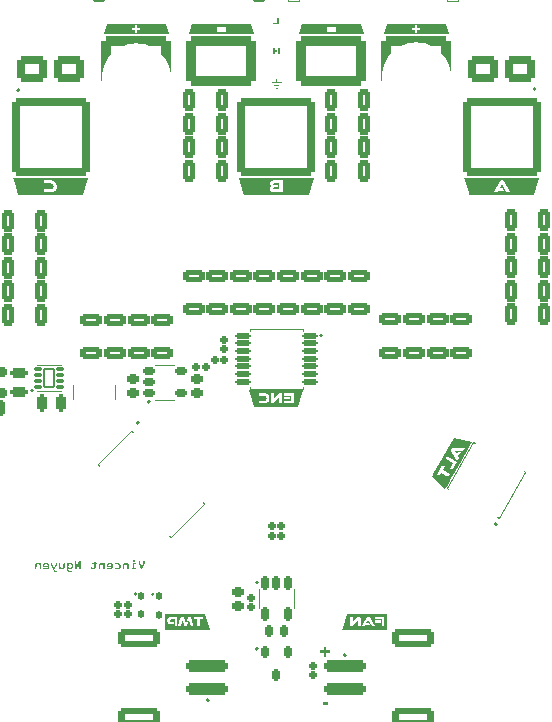
<source format=gbr>
%TF.GenerationSoftware,KiCad,Pcbnew,8.0.6-8.0.6-0~ubuntu22.04.1*%
%TF.CreationDate,2024-11-22T11:30:31+01:00*%
%TF.ProjectId,amulet_controller,616d756c-6574-45f6-936f-6e74726f6c6c,1.1*%
%TF.SameCoordinates,Original*%
%TF.FileFunction,Legend,Bot*%
%TF.FilePolarity,Positive*%
%FSLAX46Y46*%
G04 Gerber Fmt 4.6, Leading zero omitted, Abs format (unit mm)*
G04 Created by KiCad (PCBNEW 8.0.6-8.0.6-0~ubuntu22.04.1) date 2024-11-22 11:30:31*
%MOMM*%
%LPD*%
G01*
G04 APERTURE LIST*
G04 Aperture macros list*
%AMRoundRect*
0 Rectangle with rounded corners*
0 $1 Rounding radius*
0 $2 $3 $4 $5 $6 $7 $8 $9 X,Y pos of 4 corners*
0 Add a 4 corners polygon primitive as box body*
4,1,4,$2,$3,$4,$5,$6,$7,$8,$9,$2,$3,0*
0 Add four circle primitives for the rounded corners*
1,1,$1+$1,$2,$3*
1,1,$1+$1,$4,$5*
1,1,$1+$1,$6,$7*
1,1,$1+$1,$8,$9*
0 Add four rect primitives between the rounded corners*
20,1,$1+$1,$2,$3,$4,$5,0*
20,1,$1+$1,$4,$5,$6,$7,0*
20,1,$1+$1,$6,$7,$8,$9,0*
20,1,$1+$1,$8,$9,$2,$3,0*%
%AMFreePoly0*
4,1,23,0.785355,1.885355,0.800000,1.850000,0.800000,0.885000,0.785355,0.849645,0.785137,0.849428,0.350000,0.419609,0.350000,-0.419609,0.785137,-0.849428,0.799999,-0.884693,0.800000,-0.885000,0.800000,-1.850000,0.785355,-1.885355,0.750000,-1.900000,0.225000,-1.900000,0.189645,-1.885355,-0.335355,-1.360355,-0.350000,-1.325000,-0.350000,1.325000,-0.335355,1.360355,0.189645,1.885355,
0.225000,1.900000,0.750000,1.900000,0.785355,1.885355,0.785355,1.885355,$1*%
G04 Aperture macros list end*
%ADD10C,0.100000*%
%ADD11C,0.150000*%
%ADD12C,0.160000*%
%ADD13C,0.200000*%
%ADD14C,0.000000*%
%ADD15C,0.120000*%
%ADD16C,0.179289*%
%ADD17C,1.000000*%
%ADD18C,0.800000*%
%ADD19C,0.900000*%
%ADD20C,5.400000*%
%ADD21C,1.800000*%
%ADD22O,1.800000X1.800000*%
%ADD23RoundRect,0.330000X2.970000X2.970000X-2.970000X2.970000X-2.970000X-2.970000X2.970000X-2.970000X0*%
%ADD24RoundRect,0.330000X-2.970000X-2.970000X2.970000X-2.970000X2.970000X2.970000X-2.970000X2.970000X0*%
%ADD25RoundRect,0.175000X-0.175000X0.375000X-0.175000X-0.375000X0.175000X-0.375000X0.175000X0.375000X0*%
%ADD26RoundRect,0.228260X-0.296740X-0.671740X0.296740X-0.671740X0.296740X0.671740X-0.296740X0.671740X0*%
%ADD27RoundRect,0.155000X0.155000X-0.155000X0.155000X0.155000X-0.155000X0.155000X-0.155000X-0.155000X0*%
%ADD28RoundRect,0.275000X-1.525000X0.275000X-1.525000X-0.275000X1.525000X-0.275000X1.525000X0.275000X0*%
%ADD29RoundRect,0.266667X-1.483333X0.533333X-1.483333X-0.533333X1.483333X-0.533333X1.483333X0.533333X0*%
%ADD30C,0.499800*%
%ADD31RoundRect,0.187500X-0.353553X-0.088388X-0.088388X-0.353553X0.353553X0.088388X0.088388X0.353553X0*%
%ADD32RoundRect,0.228260X0.296740X0.671740X-0.296740X0.671740X-0.296740X-0.671740X0.296740X-0.671740X0*%
%ADD33RoundRect,0.162500X-0.162500X-0.162500X0.162500X-0.162500X0.162500X0.162500X-0.162500X0.162500X0*%
%ADD34RoundRect,0.337500X0.937500X0.787500X-0.937500X0.787500X-0.937500X-0.787500X0.937500X-0.787500X0*%
%ADD35RoundRect,0.212500X-0.487500X0.212500X-0.487500X-0.212500X0.487500X-0.212500X0.487500X0.212500X0*%
%ADD36FreePoly0,270.000000*%
%ADD37FreePoly0,90.000000*%
%ADD38RoundRect,0.228260X-0.671740X0.296740X-0.671740X-0.296740X0.671740X-0.296740X0.671740X0.296740X0*%
%ADD39RoundRect,0.200000X0.200000X0.525000X-0.200000X0.525000X-0.200000X-0.525000X0.200000X-0.525000X0*%
%ADD40RoundRect,0.175000X-0.375000X-0.175000X0.375000X-0.175000X0.375000X0.175000X-0.375000X0.175000X0*%
%ADD41RoundRect,0.187500X-0.088388X0.353553X-0.353553X0.088388X0.088388X-0.353553X0.353553X-0.088388X0*%
%ADD42RoundRect,0.425000X2.550000X1.700000X-2.550000X1.700000X-2.550000X-1.700000X2.550000X-1.700000X0*%
%ADD43RoundRect,0.050000X0.450000X1.000000X-0.450000X1.000000X-0.450000X-1.000000X0.450000X-1.000000X0*%
%ADD44RoundRect,0.162500X0.335876X0.565685X-0.565685X-0.335876X-0.335876X-0.565685X0.565685X0.335876X0*%
%ADD45RoundRect,0.162500X0.221979X0.059479X-0.059479X0.221979X-0.221979X-0.059479X0.059479X-0.221979X0*%
%ADD46RoundRect,0.212500X0.287500X-0.212500X0.287500X0.212500X-0.287500X0.212500X-0.287500X-0.212500X0*%
%ADD47RoundRect,0.155000X-0.155000X-0.155000X0.155000X-0.155000X0.155000X0.155000X-0.155000X0.155000X0*%
%ADD48RoundRect,0.125000X0.542500X0.125000X-0.542500X0.125000X-0.542500X-0.125000X0.542500X-0.125000X0*%
%ADD49RoundRect,0.100000X0.400000X0.950000X-0.400000X0.950000X-0.400000X-0.950000X0.400000X-0.950000X0*%
%ADD50C,2.000000*%
%ADD51RoundRect,0.125000X-0.125000X0.225000X-0.125000X-0.225000X0.125000X-0.225000X0.125000X0.225000X0*%
%ADD52RoundRect,0.155000X-0.219203X0.000000X0.000000X-0.219203X0.219203X0.000000X0.000000X0.219203X0*%
%ADD53RoundRect,0.162500X-0.229810X0.000000X0.000000X-0.229810X0.229810X0.000000X0.000000X0.229810X0*%
%ADD54RoundRect,0.187500X0.187500X0.312500X-0.187500X0.312500X-0.187500X-0.312500X0.187500X-0.312500X0*%
%ADD55RoundRect,0.162500X0.162500X0.162500X-0.162500X0.162500X-0.162500X-0.162500X0.162500X-0.162500X0*%
%ADD56RoundRect,0.212500X0.487500X-0.212500X0.487500X0.212500X-0.487500X0.212500X-0.487500X-0.212500X0*%
%ADD57RoundRect,0.200000X-0.525000X0.200000X-0.525000X-0.200000X0.525000X-0.200000X0.525000X0.200000X0*%
%ADD58RoundRect,0.162500X0.162500X-0.162500X0.162500X0.162500X-0.162500X0.162500X-0.162500X-0.162500X0*%
%ADD59RoundRect,0.125000X-0.162997X-0.532319X0.379503X0.407319X0.162997X0.532319X-0.379503X-0.407319X0*%
%ADD60RoundRect,0.087500X-0.212500X-0.087500X0.212500X-0.087500X0.212500X0.087500X-0.212500X0.087500X0*%
%ADD61RoundRect,0.100000X-0.400000X-0.750000X0.400000X-0.750000X0.400000X0.750000X-0.400000X0.750000X0*%
%ADD62RoundRect,0.337500X-0.937500X-0.787500X0.937500X-0.787500X0.937500X0.787500X-0.937500X0.787500X0*%
%ADD63RoundRect,0.200000X-0.435705X-0.354663X-0.089295X-0.554663X0.435705X0.354663X0.089295X0.554663X0*%
%ADD64RoundRect,0.212500X-0.353553X-0.053033X-0.053033X-0.353553X0.353553X0.053033X0.053033X0.353553X0*%
%ADD65RoundRect,0.212500X-0.053033X0.353553X-0.353553X0.053033X0.053033X-0.353553X0.353553X-0.053033X0*%
%ADD66RoundRect,0.175000X-0.175000X0.400000X-0.175000X-0.400000X0.175000X-0.400000X0.175000X0.400000X0*%
%ADD67RoundRect,0.275000X1.525000X-0.275000X1.525000X0.275000X-1.525000X0.275000X-1.525000X-0.275000X0*%
%ADD68RoundRect,0.266667X1.483333X-0.533333X1.483333X0.533333X-1.483333X0.533333X-1.483333X-0.533333X0*%
%ADD69RoundRect,0.212500X0.212500X0.487500X-0.212500X0.487500X-0.212500X-0.487500X0.212500X-0.487500X0*%
%ADD70RoundRect,0.155000X-0.155000X0.155000X-0.155000X-0.155000X0.155000X-0.155000X0.155000X0.155000X0*%
%ADD71RoundRect,0.155000X0.211734X0.056734X-0.056734X0.211734X-0.211734X-0.056734X0.056734X-0.211734X0*%
G04 APERTURE END LIST*
D10*
X148875400Y-66570099D02*
X148500408Y-66570097D01*
X148462904Y-67095094D02*
X148537905Y-67095094D01*
X148500408Y-66570097D02*
X148125399Y-66570099D01*
X148687903Y-66832601D02*
X148312904Y-66832597D01*
X148500408Y-66570097D02*
X148500400Y-66345102D01*
D11*
G36*
X148245409Y-61674100D02*
G01*
X148245409Y-61532976D01*
X148578068Y-61532976D01*
X148578068Y-61130122D01*
X148725933Y-61130122D01*
X148725933Y-61674100D01*
X148245409Y-61674100D01*
G37*
D12*
G36*
X136871885Y-107147438D02*
G01*
X136871885Y-107317236D01*
X137060245Y-107791067D01*
X137084171Y-107824246D01*
X137111243Y-107832100D01*
X137148765Y-107815842D01*
X137163218Y-107790481D01*
X137350406Y-107317236D01*
X137350406Y-107147438D01*
X137336103Y-107110893D01*
X137335165Y-107109922D01*
X137298040Y-107094291D01*
X137261110Y-107109922D01*
X137245689Y-107146064D01*
X137245674Y-107147438D01*
X137245674Y-107295742D01*
X137111243Y-107634556D01*
X136976812Y-107296915D01*
X136976812Y-107147438D01*
X136962509Y-107110893D01*
X136961571Y-107109922D01*
X136924446Y-107094291D01*
X136887321Y-107109922D01*
X136871900Y-107146064D01*
X136871885Y-107147438D01*
G37*
G36*
X136484614Y-107044270D02*
G01*
X136436156Y-107044270D01*
X136399990Y-107059123D01*
X136399031Y-107060097D01*
X136383805Y-107096813D01*
X136383790Y-107098199D01*
X136383790Y-107139231D01*
X136397185Y-107176040D01*
X136399031Y-107178115D01*
X136434795Y-107194317D01*
X136436156Y-107194333D01*
X136485786Y-107194333D01*
X136522537Y-107178746D01*
X136523497Y-107177724D01*
X136538161Y-107141499D01*
X136538152Y-107140208D01*
X136536979Y-107098199D01*
X136522676Y-107061092D01*
X136521739Y-107060097D01*
X136485975Y-107044285D01*
X136484614Y-107044270D01*
G37*
G36*
X136296644Y-107832100D02*
G01*
X136578012Y-107832100D01*
X136615137Y-107817640D01*
X136630378Y-107782079D01*
X136615137Y-107746908D01*
X136578012Y-107732058D01*
X136489694Y-107732058D01*
X136489694Y-107394416D01*
X136577035Y-107394416D01*
X136614160Y-107379762D01*
X136629401Y-107344982D01*
X136614160Y-107309224D01*
X136577035Y-107294374D01*
X136436156Y-107294374D01*
X136399990Y-107309228D01*
X136399031Y-107310201D01*
X136383805Y-107346551D01*
X136383790Y-107347912D01*
X136383790Y-107732058D01*
X136297817Y-107732058D01*
X136260301Y-107746712D01*
X136244279Y-107782079D01*
X136259910Y-107817640D01*
X136296644Y-107832100D01*
G37*
G36*
X135772206Y-107406140D02*
G01*
X135894523Y-107467103D01*
X135894523Y-107776803D01*
X135908262Y-107813611D01*
X135910154Y-107815686D01*
X135945747Y-107832083D01*
X135947084Y-107832100D01*
X135983818Y-107816663D01*
X135999450Y-107780320D01*
X135999450Y-107347326D01*
X135984209Y-107310201D01*
X135948445Y-107294390D01*
X135947084Y-107294374D01*
X135910154Y-107309811D01*
X135894523Y-107346154D01*
X135894523Y-107364716D01*
X135819882Y-107321339D01*
X135782482Y-107303880D01*
X135741406Y-107295322D01*
X135721208Y-107294374D01*
X135678221Y-107294374D01*
X135637335Y-107300062D01*
X135600845Y-107317126D01*
X135578961Y-107334821D01*
X135553032Y-107367647D01*
X135538258Y-107405749D01*
X135534607Y-107434081D01*
X135521906Y-107780125D01*
X135537147Y-107816663D01*
X135573106Y-107832084D01*
X135574467Y-107832100D01*
X135610615Y-107818227D01*
X135626781Y-107781617D01*
X135626833Y-107780125D01*
X135640510Y-107436621D01*
X135658477Y-107400351D01*
X135684865Y-107394416D01*
X135729806Y-107394416D01*
X135767916Y-107404045D01*
X135772206Y-107406140D01*
G37*
G36*
X134897231Y-107832100D02*
G01*
X135094579Y-107832100D01*
X135136228Y-107826714D01*
X135172588Y-107810558D01*
X135187586Y-107799469D01*
X135277272Y-107722288D01*
X135304658Y-107690735D01*
X135319404Y-107651763D01*
X135322213Y-107621660D01*
X135322213Y-107502665D01*
X135317291Y-107462535D01*
X135299301Y-107426237D01*
X135271606Y-107396566D01*
X135190713Y-107327396D01*
X135156597Y-107306016D01*
X135117766Y-107295181D01*
X135103371Y-107294374D01*
X134896058Y-107294374D01*
X134859129Y-107309029D01*
X134843692Y-107344395D01*
X134859129Y-107380153D01*
X134896058Y-107394416D01*
X135094579Y-107394416D01*
X135126037Y-107407899D01*
X135200287Y-107471988D01*
X135216309Y-107508917D01*
X135216309Y-107623028D01*
X135204195Y-107649601D01*
X135122911Y-107719748D01*
X135086372Y-107732058D01*
X134897231Y-107732058D01*
X134860496Y-107746712D01*
X134844865Y-107782079D01*
X134860301Y-107817640D01*
X134897231Y-107832100D01*
G37*
G36*
X134484971Y-107295152D02*
G01*
X134524379Y-107305603D01*
X134558026Y-107326224D01*
X134596519Y-107356119D01*
X134612391Y-107371552D01*
X134633839Y-107405945D01*
X134638753Y-107417375D01*
X134648298Y-107456747D01*
X134648298Y-107666405D01*
X134646982Y-107681968D01*
X134634816Y-107719162D01*
X134626676Y-107734140D01*
X134600817Y-107763712D01*
X134559785Y-107799469D01*
X134554294Y-107803824D01*
X134518752Y-107821744D01*
X134505025Y-107826274D01*
X134465605Y-107832100D01*
X134222143Y-107832100D01*
X134185605Y-107817445D01*
X134169778Y-107782079D01*
X134185409Y-107746712D01*
X134222143Y-107732058D01*
X134459547Y-107732058D01*
X134460661Y-107732042D01*
X134497258Y-107715645D01*
X134524223Y-107691806D01*
X134526423Y-107689827D01*
X134542394Y-107654095D01*
X134542394Y-107632016D01*
X134222143Y-107632016D01*
X134185409Y-107616775D01*
X134169778Y-107580432D01*
X134169778Y-107471402D01*
X134273532Y-107471402D01*
X134273532Y-107531974D01*
X134541418Y-107531974D01*
X134541418Y-107463977D01*
X134525591Y-107431932D01*
X134498431Y-107408289D01*
X134463651Y-107394416D01*
X134347586Y-107394416D01*
X134314174Y-107410634D01*
X134287405Y-107435058D01*
X134273532Y-107471402D01*
X134169778Y-107471402D01*
X134169778Y-107471011D01*
X134171657Y-107442852D01*
X134183623Y-107401974D01*
X134209052Y-107368233D01*
X134243637Y-107335993D01*
X134263826Y-107319777D01*
X134299697Y-107301243D01*
X134340357Y-107294374D01*
X134470099Y-107294374D01*
X134484971Y-107295152D01*
G37*
G36*
X133744013Y-107406140D02*
G01*
X133866330Y-107467103D01*
X133866330Y-107776803D01*
X133880069Y-107813611D01*
X133881962Y-107815686D01*
X133917554Y-107832083D01*
X133918891Y-107832100D01*
X133955625Y-107816663D01*
X133971257Y-107780320D01*
X133971257Y-107347326D01*
X133956016Y-107310201D01*
X133920253Y-107294390D01*
X133918891Y-107294374D01*
X133881962Y-107309811D01*
X133866330Y-107346154D01*
X133866330Y-107364716D01*
X133791690Y-107321339D01*
X133754290Y-107303880D01*
X133713214Y-107295322D01*
X133693016Y-107294374D01*
X133650029Y-107294374D01*
X133609143Y-107300062D01*
X133572653Y-107317126D01*
X133550769Y-107334821D01*
X133524839Y-107367647D01*
X133510065Y-107405749D01*
X133506414Y-107434081D01*
X133493713Y-107780125D01*
X133508954Y-107816663D01*
X133544913Y-107832084D01*
X133546274Y-107832100D01*
X133582422Y-107818227D01*
X133598589Y-107781617D01*
X133598640Y-107780125D01*
X133612318Y-107436621D01*
X133630285Y-107400351D01*
X133656672Y-107394416D01*
X133701613Y-107394416D01*
X133739723Y-107404045D01*
X133744013Y-107406140D01*
G37*
G36*
X132964586Y-107832100D02*
G01*
X133057007Y-107832100D01*
X133096039Y-107827089D01*
X133134196Y-107810195D01*
X133159785Y-107789699D01*
X133184258Y-107758406D01*
X133199371Y-107719685D01*
X133202771Y-107687508D01*
X133202771Y-107394416D01*
X133243804Y-107394416D01*
X133280929Y-107380153D01*
X133296170Y-107344395D01*
X133280929Y-107309029D01*
X133243804Y-107294374D01*
X133201794Y-107294374D01*
X133201794Y-107185149D01*
X133187491Y-107148421D01*
X133186554Y-107147438D01*
X133149429Y-107131806D01*
X133112890Y-107147633D01*
X133096883Y-107183799D01*
X133096868Y-107185149D01*
X133096868Y-107294374D01*
X132917300Y-107294374D01*
X132880566Y-107309224D01*
X132864935Y-107344395D01*
X132880566Y-107379957D01*
X132917300Y-107394416D01*
X133098040Y-107394416D01*
X133098040Y-107691611D01*
X133085926Y-107720139D01*
X133057007Y-107732058D01*
X132966735Y-107732058D01*
X132930787Y-107712677D01*
X132922381Y-107694542D01*
X132898489Y-107663218D01*
X132871187Y-107657026D01*
X132834595Y-107670779D01*
X132833672Y-107671681D01*
X132818822Y-107708024D01*
X132827881Y-107747194D01*
X132850387Y-107780793D01*
X132860050Y-107791067D01*
X132893984Y-107816071D01*
X132934239Y-107829535D01*
X132964586Y-107832100D01*
G37*
G36*
X131465521Y-107147438D02*
G01*
X131465521Y-107832100D01*
X131600147Y-107832100D01*
X131838138Y-107292811D01*
X131838138Y-107780125D01*
X131853574Y-107816859D01*
X131890699Y-107832100D01*
X131927824Y-107816859D01*
X131943064Y-107779929D01*
X131943064Y-107094291D01*
X131810196Y-107094291D01*
X131571620Y-107633774D01*
X131571620Y-107147438D01*
X131556767Y-107111112D01*
X131555793Y-107110118D01*
X131519432Y-107094306D01*
X131518082Y-107094291D01*
X131480957Y-107109922D01*
X131465536Y-107146064D01*
X131465521Y-107147438D01*
G37*
G36*
X131114153Y-107296658D02*
G01*
X131152218Y-107308647D01*
X131186107Y-107330913D01*
X131224013Y-107363349D01*
X131234772Y-107374137D01*
X131255081Y-107408485D01*
X131263431Y-107433673D01*
X131267977Y-107472574D01*
X131267977Y-107624591D01*
X131266718Y-107642027D01*
X131255081Y-107681060D01*
X131249120Y-107692895D01*
X131224013Y-107724633D01*
X131189429Y-107755310D01*
X131165847Y-107772492D01*
X131127773Y-107789061D01*
X131086456Y-107794584D01*
X131015723Y-107794584D01*
X131003777Y-107794108D01*
X130964973Y-107785651D01*
X130927733Y-107766623D01*
X130895556Y-107740460D01*
X130895556Y-107866098D01*
X130909233Y-107892867D01*
X130940692Y-107920027D01*
X130970587Y-107932141D01*
X131170671Y-107932141D01*
X131207796Y-107946405D01*
X131223037Y-107981967D01*
X131207796Y-108017724D01*
X131170671Y-108032183D01*
X130970587Y-108032183D01*
X130958546Y-108031573D01*
X130919785Y-108022414D01*
X130911537Y-108019326D01*
X130877384Y-107999357D01*
X130840064Y-107967117D01*
X130813995Y-107938147D01*
X130796470Y-107902270D01*
X130790629Y-107862190D01*
X130790629Y-107512630D01*
X130895556Y-107512630D01*
X130895556Y-107580041D01*
X130910601Y-107611890D01*
X130983483Y-107678520D01*
X131015723Y-107694542D01*
X131090950Y-107694542D01*
X131117133Y-107683795D01*
X131147028Y-107656049D01*
X131163246Y-107624786D01*
X131163246Y-107467103D01*
X131148982Y-107433495D01*
X131120259Y-107409266D01*
X131085479Y-107394416D01*
X131023344Y-107394416D01*
X130988173Y-107408289D01*
X130912555Y-107476091D01*
X130895556Y-107512630D01*
X130790629Y-107512630D01*
X130790629Y-107346545D01*
X130806456Y-107309615D01*
X130807451Y-107308678D01*
X130844167Y-107294374D01*
X130880901Y-107309615D01*
X130896533Y-107345763D01*
X130896337Y-107349280D01*
X130917049Y-107332476D01*
X130940851Y-107315807D01*
X130978980Y-107299733D01*
X131020022Y-107294374D01*
X131086456Y-107294374D01*
X131114153Y-107296658D01*
G37*
G36*
X130367014Y-107732058D02*
G01*
X130216170Y-107647061D01*
X130216170Y-107349476D01*
X130201867Y-107311807D01*
X130200929Y-107310788D01*
X130165165Y-107294390D01*
X130163804Y-107294374D01*
X130127443Y-107309228D01*
X130126484Y-107310201D01*
X130111243Y-107347326D01*
X130111243Y-107780320D01*
X130126875Y-107816663D01*
X130163804Y-107832100D01*
X130199751Y-107816696D01*
X130200734Y-107815686D01*
X130216109Y-107779588D01*
X130216170Y-107776803D01*
X130216170Y-107750229D01*
X130286707Y-107798882D01*
X130323444Y-107819124D01*
X130363801Y-107830510D01*
X130385772Y-107832100D01*
X130428563Y-107832100D01*
X130470604Y-107826357D01*
X130507918Y-107809128D01*
X130530168Y-107791262D01*
X130556418Y-107757932D01*
X130571568Y-107719491D01*
X130575500Y-107691025D01*
X130588787Y-107346545D01*
X130574132Y-107310201D01*
X130537771Y-107294390D01*
X130536421Y-107294374D01*
X130499882Y-107310006D01*
X130483860Y-107346740D01*
X130471746Y-107688485D01*
X130453314Y-107724866D01*
X130421334Y-107732058D01*
X130367014Y-107732058D01*
G37*
G36*
X129436351Y-107438575D02*
G01*
X129685870Y-107997989D01*
X129711943Y-108027375D01*
X129735500Y-108032183D01*
X129863483Y-108032183D01*
X129900608Y-108017724D01*
X129915849Y-107981967D01*
X129900608Y-107946405D01*
X129863483Y-107932141D01*
X129768717Y-107932141D01*
X129710685Y-107794584D01*
X129723972Y-107794584D01*
X129761723Y-107779016D01*
X129774579Y-107758436D01*
X129913699Y-107438575D01*
X129913699Y-107347326D01*
X129899763Y-107310782D01*
X129898849Y-107309811D01*
X129862506Y-107294374D01*
X129825790Y-107309044D01*
X129824795Y-107310006D01*
X129808984Y-107346148D01*
X129808968Y-107347522D01*
X129808968Y-107416105D01*
X129689582Y-107694542D01*
X129665353Y-107694542D01*
X129542255Y-107417668D01*
X129542255Y-107347326D01*
X129526428Y-107310397D01*
X129490079Y-107294390D01*
X129488717Y-107294374D01*
X129451983Y-107310006D01*
X129436351Y-107346936D01*
X129436351Y-107438575D01*
G37*
G36*
X129076457Y-107295152D02*
G01*
X129115866Y-107305603D01*
X129149512Y-107326224D01*
X129188005Y-107356119D01*
X129203878Y-107371552D01*
X129225325Y-107405945D01*
X129230239Y-107417375D01*
X129239785Y-107456747D01*
X129239785Y-107666405D01*
X129238468Y-107681968D01*
X129226302Y-107719162D01*
X129218162Y-107734140D01*
X129192304Y-107763712D01*
X129151271Y-107799469D01*
X129145780Y-107803824D01*
X129110238Y-107821744D01*
X129096512Y-107826274D01*
X129057091Y-107832100D01*
X128813630Y-107832100D01*
X128777091Y-107817445D01*
X128761264Y-107782079D01*
X128776896Y-107746712D01*
X128813630Y-107732058D01*
X129051034Y-107732058D01*
X129052147Y-107732042D01*
X129088745Y-107715645D01*
X129115709Y-107691806D01*
X129117910Y-107689827D01*
X129133881Y-107654095D01*
X129133881Y-107632016D01*
X128813630Y-107632016D01*
X128776896Y-107616775D01*
X128761264Y-107580432D01*
X128761264Y-107471402D01*
X128865018Y-107471402D01*
X128865018Y-107531974D01*
X129132904Y-107531974D01*
X129132904Y-107463977D01*
X129117077Y-107431932D01*
X129089917Y-107408289D01*
X129055137Y-107394416D01*
X128939073Y-107394416D01*
X128905660Y-107410634D01*
X128878891Y-107435058D01*
X128865018Y-107471402D01*
X128761264Y-107471402D01*
X128761264Y-107471011D01*
X128763143Y-107442852D01*
X128775110Y-107401974D01*
X128800538Y-107368233D01*
X128835123Y-107335993D01*
X128855312Y-107319777D01*
X128891184Y-107301243D01*
X128931843Y-107294374D01*
X129061585Y-107294374D01*
X129076457Y-107295152D01*
G37*
G36*
X128335500Y-107406140D02*
G01*
X128457817Y-107467103D01*
X128457817Y-107776803D01*
X128471555Y-107813611D01*
X128473448Y-107815686D01*
X128509040Y-107832083D01*
X128510378Y-107832100D01*
X128547112Y-107816663D01*
X128562743Y-107780320D01*
X128562743Y-107347326D01*
X128547503Y-107310201D01*
X128511739Y-107294390D01*
X128510378Y-107294374D01*
X128473448Y-107309811D01*
X128457817Y-107346154D01*
X128457817Y-107364716D01*
X128383176Y-107321339D01*
X128345776Y-107303880D01*
X128304700Y-107295322D01*
X128284502Y-107294374D01*
X128241515Y-107294374D01*
X128200629Y-107300062D01*
X128164139Y-107317126D01*
X128142255Y-107334821D01*
X128116326Y-107367647D01*
X128101552Y-107405749D01*
X128097900Y-107434081D01*
X128085200Y-107780125D01*
X128100441Y-107816663D01*
X128136399Y-107832084D01*
X128137761Y-107832100D01*
X128173909Y-107818227D01*
X128190075Y-107781617D01*
X128190127Y-107780125D01*
X128203804Y-107436621D01*
X128221771Y-107400351D01*
X128248159Y-107394416D01*
X128293099Y-107394416D01*
X128331209Y-107404045D01*
X128335500Y-107406140D01*
G37*
D11*
G36*
X148222256Y-64214100D02*
G01*
X148222256Y-63670122D01*
X148369388Y-63670122D01*
X148369388Y-63867079D01*
X148582758Y-63867079D01*
X148582758Y-64000729D01*
X148369388Y-64000729D01*
X148369388Y-64214100D01*
X148222256Y-64214100D01*
G37*
G36*
X148631411Y-64214100D02*
G01*
X148631411Y-63670122D01*
X148778397Y-63670122D01*
X148778397Y-64214100D01*
X148631411Y-64214100D01*
G37*
%TO.C,Q9*%
D13*
X146950400Y-114550100D02*
G75*
G02*
X146750400Y-114550100I-100000J0D01*
G01*
X146750400Y-114550100D02*
G75*
G02*
X146950400Y-114550100I100000J0D01*
G01*
%TO.C,J9*%
X154400400Y-115100100D02*
G75*
G02*
X154200400Y-115100100I-100000J0D01*
G01*
X154200400Y-115100100D02*
G75*
G02*
X154400400Y-115100100I100000J0D01*
G01*
D14*
%TO.C,kibuzzard-657CE701*%
G36*
X170349379Y-76114475D02*
G01*
X170150942Y-76114475D01*
X166917775Y-76114475D01*
X165049858Y-76114475D01*
X164851421Y-76114475D01*
X164791890Y-75916038D01*
X166917775Y-75916038D01*
X167219400Y-75916038D01*
X167305125Y-75757288D01*
X167789313Y-75757288D01*
X167671838Y-75536625D01*
X167422600Y-75536625D01*
X167598813Y-75204837D01*
X167976638Y-75916038D01*
X168283025Y-75916038D01*
X167755975Y-74960362D01*
X167703588Y-74903212D01*
X167632150Y-74884163D01*
X167568650Y-74884163D01*
X167497213Y-74903212D01*
X167444825Y-74960362D01*
X166917775Y-75916038D01*
X164791890Y-75916038D01*
X164422796Y-74685725D01*
X164851421Y-74685725D01*
X165049858Y-74685725D01*
X170150942Y-74685725D01*
X170349379Y-74685725D01*
X170778004Y-74685725D01*
X170349379Y-76114475D01*
G37*
%TO.C,D2*%
D13*
X170450000Y-67150000D02*
G75*
G02*
X170250000Y-67150000I-100000J0D01*
G01*
X170250000Y-67150000D02*
G75*
G02*
X170450000Y-67150000I100000J0D01*
G01*
D15*
%TO.C,L3*%
X131290400Y-92200100D02*
X131290400Y-93400100D01*
X134810400Y-92200100D02*
X134810400Y-93400100D01*
D14*
%TO.C,kibuzzard-657CE6F4*%
G36*
X148763925Y-75657275D02*
G01*
X148316250Y-75657275D01*
X148254338Y-75638622D01*
X148233700Y-75582663D01*
X148253941Y-75521941D01*
X148314663Y-75501700D01*
X148671850Y-75501700D01*
X148671850Y-75288975D01*
X148330538Y-75288975D01*
X148273388Y-75270322D01*
X148254338Y-75214362D01*
X148273388Y-75159594D01*
X148330538Y-75141338D01*
X148763925Y-75141338D01*
X148763925Y-75657275D01*
G37*
G36*
X151249379Y-76114475D02*
G01*
X151050942Y-76114475D01*
X148301963Y-76114475D01*
X145949858Y-76114475D01*
X145751421Y-76114475D01*
X145600926Y-75612825D01*
X147959063Y-75612825D01*
X147981486Y-75739031D01*
X148048756Y-75835075D01*
X148116754Y-75880054D01*
X148201156Y-75907042D01*
X148301963Y-75916038D01*
X149041738Y-75916038D01*
X149041738Y-74884163D01*
X148295613Y-74884163D01*
X148198951Y-74892365D01*
X148120635Y-74916971D01*
X148060663Y-74957981D01*
X148003513Y-75044302D01*
X147984463Y-75155625D01*
X147992202Y-75229642D01*
X148015419Y-75292944D01*
X148100350Y-75371525D01*
X148043002Y-75401688D01*
X147997956Y-75454075D01*
X147968786Y-75525512D01*
X147959063Y-75612825D01*
X145600926Y-75612825D01*
X145322796Y-74685725D01*
X145751421Y-74685725D01*
X145949858Y-74685725D01*
X151050942Y-74685725D01*
X151249379Y-74685725D01*
X151678004Y-74685725D01*
X151249379Y-76114475D01*
G37*
D15*
%TO.C,U5*%
X139057900Y-90490097D02*
X138257900Y-90490097D01*
X139057900Y-90490097D02*
X139857900Y-90490097D01*
X139057900Y-93490097D02*
X138257900Y-93490097D01*
X139057900Y-93490097D02*
X139857900Y-93490097D01*
D13*
X137807900Y-93640097D02*
G75*
G02*
X137607900Y-93640097I-100000J0D01*
G01*
X137607900Y-93640097D02*
G75*
G02*
X137807900Y-93640097I100000J0D01*
G01*
D15*
%TO.C,U9*%
X133385830Y-98927273D02*
X136214257Y-96098846D01*
X133509574Y-99051017D02*
X133385830Y-98927273D01*
X136338001Y-96222590D02*
X136214257Y-96098846D01*
X139449271Y-104990714D02*
X139573015Y-105114458D01*
X142277698Y-102162287D02*
X142401442Y-102286031D01*
X142401442Y-102286031D02*
X139573015Y-105114458D01*
D16*
X136866554Y-95430128D02*
G75*
G02*
X136687266Y-95430128I-89644J0D01*
G01*
X136687266Y-95430128D02*
G75*
G02*
X136866554Y-95430128I89644J0D01*
G01*
D14*
%TO.C,kibuzzard-658032A4*%
G36*
X152750413Y-114698500D02*
G01*
X153059975Y-114698500D01*
X153059975Y-114900113D01*
X152750413Y-114900113D01*
X152750413Y-115214438D01*
X152548800Y-115214438D01*
X152548800Y-114900113D01*
X152240825Y-114900113D01*
X152240825Y-114698500D01*
X152548800Y-114698500D01*
X152548800Y-114385763D01*
X152750413Y-114385763D01*
X152750413Y-114698500D01*
G37*
%TO.C,kibuzzard-657EBE81*%
G36*
X142902969Y-112927433D02*
G01*
X142496569Y-112927433D01*
X142337819Y-112927433D01*
X141811930Y-112927433D01*
X140219350Y-112927433D01*
X139913280Y-112927433D01*
X139256581Y-112927433D01*
X139097831Y-112927433D01*
X139097831Y-112148500D01*
X139256690Y-112148500D01*
X139266921Y-112234296D01*
X139297612Y-112308802D01*
X139348765Y-112372020D01*
X139416004Y-112419998D01*
X139494956Y-112448784D01*
X139585620Y-112458380D01*
X139849780Y-112458380D01*
X139849780Y-112261530D01*
X139581810Y-112261530D01*
X139506880Y-112232320D01*
X139477670Y-112156120D01*
X139506880Y-112078650D01*
X139581810Y-112049440D01*
X139913280Y-112049440D01*
X139913280Y-112662850D01*
X140134260Y-112662850D01*
X140219350Y-112662850D01*
X140440330Y-112662850D01*
X140562250Y-112131990D01*
X140705760Y-112584110D01*
X140743225Y-112643165D01*
X140809900Y-112662850D01*
X140877210Y-112662850D01*
X140943885Y-112643165D01*
X140981350Y-112584110D01*
X141124860Y-112123100D01*
X141246780Y-112662850D01*
X141466490Y-112662850D01*
X141325917Y-112049440D01*
X141508400Y-112049440D01*
X141811930Y-112049440D01*
X141811930Y-112662850D01*
X142034180Y-112662850D01*
X142034180Y-112049440D01*
X142337710Y-112049440D01*
X142337710Y-111837350D01*
X141508400Y-111837350D01*
X141508400Y-112049440D01*
X141325917Y-112049440D01*
X141298850Y-111931330D01*
X141262338Y-111860845D01*
X141190900Y-111837350D01*
X141098190Y-111837350D01*
X141031197Y-111857352D01*
X140992780Y-111917360D01*
X140842920Y-112411390D01*
X140694330Y-111917360D01*
X140656230Y-111857352D01*
X140590190Y-111837350D01*
X140497480Y-111837350D01*
X140425725Y-111860845D01*
X140388260Y-111931330D01*
X140219350Y-112662850D01*
X140134260Y-112662850D01*
X140134260Y-111837350D01*
X139585620Y-111837350D01*
X139494956Y-111846946D01*
X139416004Y-111875732D01*
X139348765Y-111923710D01*
X139297612Y-111987069D01*
X139266921Y-112061999D01*
X139256690Y-112148500D01*
X139097831Y-112148500D01*
X139097831Y-111572767D01*
X139256581Y-111572767D01*
X142337819Y-111572767D01*
X142496569Y-111572767D01*
X142902969Y-112927433D01*
G37*
%TO.C,kibuzzard-657EBDD6*%
G36*
X165083568Y-97073601D02*
G01*
X164854968Y-97469548D01*
X164765671Y-97624214D01*
X164098189Y-98780327D01*
X163643133Y-99568508D01*
X163318806Y-100130258D01*
X163094951Y-100517986D01*
X163005655Y-100672652D01*
X162777055Y-101068599D01*
X161685832Y-99910652D01*
X161742323Y-99812808D01*
X162086026Y-99812808D01*
X162292661Y-99932109D01*
X162463397Y-99636387D01*
X163061029Y-99981430D01*
X163186044Y-99764897D01*
X162588412Y-99419854D01*
X162759148Y-99124130D01*
X162552513Y-99004829D01*
X162086026Y-99812808D01*
X161742323Y-99812808D01*
X161775129Y-99755986D01*
X162520277Y-98465352D01*
X162863980Y-98465352D01*
X163460376Y-98809681D01*
X163177483Y-99299665D01*
X163385355Y-99419680D01*
X163793978Y-98711925D01*
X162989710Y-98247581D01*
X162863980Y-98465352D01*
X162520277Y-98465352D01*
X162948239Y-97724100D01*
X163311739Y-97724100D01*
X163332709Y-97790650D01*
X163840412Y-98631499D01*
X163976143Y-98396405D01*
X163890986Y-98258152D01*
X164108870Y-97880765D01*
X163884018Y-97873029D01*
X163771861Y-98067291D01*
X163592553Y-97780642D01*
X164316900Y-97806196D01*
X164454774Y-97567392D01*
X163472726Y-97548133D01*
X163404608Y-97563246D01*
X163357613Y-97610354D01*
X163329037Y-97659847D01*
X163311739Y-97724100D01*
X162948239Y-97724100D01*
X163445849Y-96862214D01*
X163535145Y-96707548D01*
X165083568Y-97073601D01*
G37*
D15*
%TO.C,U7*%
X146250400Y-87450100D02*
X150750400Y-87450100D01*
X146250400Y-87625100D02*
X146250400Y-87450100D01*
X146250400Y-92375100D02*
X146250400Y-92550100D01*
X150750400Y-87625100D02*
X150750400Y-87450100D01*
X150750400Y-92375100D02*
X150750400Y-92550100D01*
X150750400Y-92550100D02*
X146250400Y-92550100D01*
D16*
X152390044Y-88050100D02*
G75*
G02*
X152210756Y-88050100I-89644J0D01*
G01*
X152210756Y-88050100D02*
G75*
G02*
X152390044Y-88050100I89644J0D01*
G01*
%TO.C,D14*%
D11*
X138115400Y-109932600D02*
G75*
G02*
X137965400Y-109932600I-75000J0D01*
G01*
X137965400Y-109932600D02*
G75*
G02*
X138115400Y-109932600I75000J0D01*
G01*
D14*
%TO.C,kibuzzard-657CE6B7*%
G36*
X132149379Y-76114475D02*
G01*
X131950942Y-76114475D01*
X128874938Y-76114475D01*
X126849858Y-76114475D01*
X126651421Y-76114475D01*
X126361861Y-75149275D01*
X128874938Y-75149275D01*
X129398813Y-75149275D01*
X129498627Y-75166738D01*
X129578994Y-75219125D01*
X129631977Y-75299294D01*
X129649638Y-75400100D01*
X129631977Y-75499716D01*
X129578994Y-75579487D01*
X129498627Y-75631875D01*
X129398813Y-75649338D01*
X128874938Y-75649338D01*
X128874938Y-75916038D01*
X129379763Y-75916038D01*
X129493566Y-75907058D01*
X129596853Y-75880120D01*
X129689623Y-75835224D01*
X129771875Y-75772369D01*
X129839245Y-75695226D01*
X129887366Y-75607467D01*
X129916238Y-75509092D01*
X129925863Y-75400100D01*
X129916238Y-75291108D01*
X129887366Y-75192733D01*
X129839245Y-75104974D01*
X129771875Y-75027831D01*
X129689623Y-74964976D01*
X129596853Y-74920080D01*
X129493566Y-74893142D01*
X129379763Y-74884163D01*
X128874938Y-74884163D01*
X128874938Y-75149275D01*
X126361861Y-75149275D01*
X126222796Y-74685725D01*
X126651421Y-74685725D01*
X126849858Y-74685725D01*
X131950942Y-74685725D01*
X132149379Y-74685725D01*
X132578004Y-74685725D01*
X132149379Y-76114475D01*
G37*
%TO.C,kibuzzard-657F7953*%
G36*
X136731680Y-61689255D02*
G01*
X138990722Y-61689255D01*
X139149472Y-61689255D01*
X139395979Y-62510945D01*
X139149472Y-62510945D01*
X138990722Y-62510945D01*
X134310078Y-62510945D01*
X134151328Y-62510945D01*
X133904821Y-62510945D01*
X134052078Y-62020090D01*
X136322740Y-62020090D01*
X136322740Y-62181380D01*
X136570390Y-62181380D01*
X136570390Y-62431570D01*
X136731680Y-62431570D01*
X136731680Y-62181380D01*
X136978060Y-62181380D01*
X136978060Y-62020090D01*
X136731680Y-62020090D01*
X136731680Y-61768630D01*
X136570390Y-61768630D01*
X136570390Y-62020090D01*
X136322740Y-62020090D01*
X134052078Y-62020090D01*
X134151328Y-61689255D01*
X134310078Y-61689255D01*
X136731680Y-61689255D01*
G37*
%TO.C,D15*%
D11*
X136645400Y-109930100D02*
G75*
G02*
X136495400Y-109930100I-75000J0D01*
G01*
X136495400Y-109930100D02*
G75*
G02*
X136645400Y-109930100I75000J0D01*
G01*
D14*
%TO.C,kibuzzard-657F78ED*%
G36*
X153539337Y-61701637D02*
G01*
X155252597Y-61701637D01*
X155649472Y-61701637D01*
X155888550Y-62498562D01*
X155649472Y-62498562D01*
X155252597Y-62498562D01*
X151048203Y-62498562D01*
X150651328Y-62498562D01*
X150412250Y-62498562D01*
X150591796Y-61900075D01*
X152761462Y-61900075D01*
X152761462Y-62300125D01*
X153539337Y-62300125D01*
X153539337Y-61900075D01*
X152761462Y-61900075D01*
X150591796Y-61900075D01*
X150651328Y-61701637D01*
X151048203Y-61701637D01*
X153539337Y-61701637D01*
G37*
%TO.C,kibuzzard-657F7953*%
G36*
X160431680Y-61689255D02*
G01*
X162690722Y-61689255D01*
X162849472Y-61689255D01*
X163095979Y-62510945D01*
X162849472Y-62510945D01*
X162690722Y-62510945D01*
X158010078Y-62510945D01*
X157851328Y-62510945D01*
X157604821Y-62510945D01*
X157752078Y-62020090D01*
X160022740Y-62020090D01*
X160022740Y-62181380D01*
X160270390Y-62181380D01*
X160270390Y-62431570D01*
X160431680Y-62431570D01*
X160431680Y-62181380D01*
X160678060Y-62181380D01*
X160678060Y-62020090D01*
X160431680Y-62020090D01*
X160431680Y-61768630D01*
X160270390Y-61768630D01*
X160270390Y-62020090D01*
X160022740Y-62020090D01*
X157752078Y-62020090D01*
X157851328Y-61689255D01*
X158010078Y-61689255D01*
X160431680Y-61689255D01*
G37*
D15*
%TO.C,U8*%
X162920153Y-100923557D02*
X165170153Y-97026443D01*
X163071708Y-101011057D02*
X162920153Y-100923557D01*
X165321708Y-97113943D02*
X165170153Y-97026443D01*
X167185328Y-103386057D02*
X167336883Y-103473557D01*
X169435328Y-99488943D02*
X169586883Y-99576443D01*
X169586883Y-99576443D02*
X167336883Y-103473557D01*
D16*
X167169828Y-104018172D02*
G75*
G02*
X166990540Y-104018172I-89644J0D01*
G01*
X166990540Y-104018172D02*
G75*
G02*
X167169828Y-104018172I89644J0D01*
G01*
D15*
%TO.C,U4*%
X130275399Y-90525097D02*
X128275399Y-90525097D01*
X130275399Y-92725097D02*
X128275399Y-92725097D01*
D11*
X127900399Y-92675097D02*
G75*
G02*
X127750399Y-92675097I-75000J0D01*
G01*
X127750399Y-92675097D02*
G75*
G02*
X127900399Y-92675097I75000J0D01*
G01*
%TO.C,D1*%
D13*
X126750000Y-67250000D02*
G75*
G02*
X126550000Y-67250000I-100000J0D01*
G01*
X126550000Y-67250000D02*
G75*
G02*
X126750000Y-67250000I100000J0D01*
G01*
D14*
%TO.C,kibuzzard-657CE738*%
G36*
X150349713Y-94059767D02*
G01*
X150181042Y-94059767D01*
X149129209Y-94059767D01*
X148127973Y-94059767D01*
X147028232Y-94059767D01*
X146819758Y-94059767D01*
X146651087Y-94059767D01*
X146371227Y-93126899D01*
X147028232Y-93126899D01*
X147473526Y-93126899D01*
X147558368Y-93141742D01*
X147626680Y-93186271D01*
X147671715Y-93254415D01*
X147686727Y-93340100D01*
X147671715Y-93424773D01*
X147626680Y-93492579D01*
X147558368Y-93537109D01*
X147473526Y-93551952D01*
X147028232Y-93551952D01*
X147028232Y-93778647D01*
X147457333Y-93778647D01*
X147554066Y-93771014D01*
X147641860Y-93748117D01*
X147720714Y-93709955D01*
X147749132Y-93688239D01*
X148040263Y-93688239D01*
X148062190Y-93756045D01*
X148127973Y-93778647D01*
X148175201Y-93778647D01*
X148246043Y-93763129D01*
X148310138Y-93704431D01*
X148762179Y-93215957D01*
X148762179Y-93778647D01*
X148991573Y-93778647D01*
X148991573Y-93551952D01*
X149129209Y-93551952D01*
X149129209Y-93778647D01*
X149972568Y-93778647D01*
X149972568Y-92901553D01*
X149130558Y-92901553D01*
X149130558Y-93126899D01*
X149736428Y-93126899D01*
X149736428Y-93551952D01*
X149140004Y-93551952D01*
X149129209Y-93551952D01*
X148991573Y-93551952D01*
X148991573Y-93431858D01*
X149140004Y-93431858D01*
X149658164Y-93431858D01*
X149658164Y-93244294D01*
X149140004Y-93244294D01*
X149140004Y-93431858D01*
X148991573Y-93431858D01*
X148991573Y-93001407D01*
X148964248Y-92926517D01*
X148882273Y-92901553D01*
X148825599Y-92901553D01*
X148744637Y-92915722D01*
X148682566Y-92966323D01*
X148268307Y-93412966D01*
X148268307Y-92901553D01*
X148040263Y-92901553D01*
X148040263Y-93688239D01*
X147749132Y-93688239D01*
X147790629Y-93656528D01*
X147847893Y-93590957D01*
X147888796Y-93516362D01*
X147913338Y-93432743D01*
X147921518Y-93340100D01*
X147913338Y-93247457D01*
X147888796Y-93163838D01*
X147847893Y-93089243D01*
X147790629Y-93023672D01*
X147720714Y-92970245D01*
X147641860Y-92932083D01*
X147554066Y-92909186D01*
X147457333Y-92901553D01*
X147028232Y-92901553D01*
X147028232Y-93126899D01*
X146371227Y-93126899D01*
X146219287Y-92620433D01*
X146651087Y-92620433D01*
X146819758Y-92620433D01*
X150181042Y-92620433D01*
X150349713Y-92620433D01*
X150781513Y-92620433D01*
X150349713Y-94059767D01*
G37*
%TO.C,kibuzzard-657F78ED*%
G36*
X144239337Y-61701637D02*
G01*
X145952597Y-61701637D01*
X146349472Y-61701637D01*
X146588550Y-62498562D01*
X146349472Y-62498562D01*
X145952597Y-62498562D01*
X141748203Y-62498562D01*
X141351328Y-62498562D01*
X141112250Y-62498562D01*
X141291796Y-61900075D01*
X143461462Y-61900075D01*
X143461462Y-62300125D01*
X144239337Y-62300125D01*
X144239337Y-61900075D01*
X143461462Y-61900075D01*
X141291796Y-61900075D01*
X141351328Y-61701637D01*
X141748203Y-61701637D01*
X144239337Y-61701637D01*
G37*
%TO.C,kibuzzard-6580330B*%
G36*
X152844869Y-119300113D02*
G01*
X152455931Y-119300113D01*
X152455931Y-119100088D01*
X152844869Y-119100088D01*
X152844869Y-119300113D01*
G37*
D15*
%TO.C,U11*%
X147000400Y-110300100D02*
X147000400Y-109500100D01*
X147000400Y-110300100D02*
X147000400Y-111100100D01*
X150000400Y-110300100D02*
X150000400Y-109500100D01*
X150000400Y-110300100D02*
X150000400Y-111100100D01*
D13*
X146950400Y-108950100D02*
G75*
G02*
X146750400Y-108950100I-100000J0D01*
G01*
X146750400Y-108950100D02*
G75*
G02*
X146950400Y-108950100I100000J0D01*
G01*
%TO.C,J8*%
X142800400Y-118900100D02*
G75*
G02*
X142600400Y-118900100I-100000J0D01*
G01*
X142600400Y-118900100D02*
G75*
G02*
X142800400Y-118900100I100000J0D01*
G01*
D14*
%TO.C,kibuzzard-657EBEA6*%
G36*
X157902969Y-112927433D02*
G01*
X157744219Y-112927433D01*
X157433595Y-112927433D01*
X156893845Y-112927433D01*
X155729255Y-112927433D01*
X154833905Y-112927433D01*
X154662981Y-112927433D01*
X154504231Y-112927433D01*
X154097831Y-112927433D01*
X154202733Y-112577760D01*
X154751355Y-112577760D01*
X154771993Y-112641578D01*
X154833905Y-112662850D01*
X154878355Y-112662850D01*
X154945030Y-112648245D01*
X155005355Y-112593000D01*
X155430805Y-112133260D01*
X155430805Y-112662850D01*
X155646705Y-112662850D01*
X155729255Y-112662850D01*
X155970555Y-112662850D01*
X156039135Y-112535850D01*
X156426485Y-112535850D01*
X156332505Y-112359320D01*
X156133115Y-112359320D01*
X156274085Y-112093890D01*
X156576345Y-112662850D01*
X156821455Y-112662850D01*
X156647756Y-112347890D01*
X156893845Y-112347890D01*
X157359935Y-112347890D01*
X157359935Y-112161200D01*
X156893845Y-112161200D01*
X156893845Y-112347890D01*
X156647756Y-112347890D01*
X156483162Y-112049440D01*
X156886225Y-112049440D01*
X157433595Y-112049440D01*
X157433595Y-112662850D01*
X157655845Y-112662850D01*
X157655845Y-111837350D01*
X156886225Y-111837350D01*
X156886225Y-112049440D01*
X156483162Y-112049440D01*
X156399815Y-111898310D01*
X156357905Y-111852590D01*
X156300755Y-111837350D01*
X156249955Y-111837350D01*
X156192805Y-111852590D01*
X156150895Y-111898310D01*
X155729255Y-112662850D01*
X155646705Y-112662850D01*
X155646705Y-111931330D01*
X155620988Y-111860845D01*
X155543835Y-111837350D01*
X155490495Y-111837350D01*
X155414295Y-111850685D01*
X155355875Y-111898310D01*
X154965985Y-112318680D01*
X154965985Y-111837350D01*
X154751355Y-111837350D01*
X154751355Y-112577760D01*
X154202733Y-112577760D01*
X154504231Y-111572767D01*
X154662981Y-111572767D01*
X157744219Y-111572767D01*
X157902969Y-111572767D01*
X157902969Y-112927433D01*
G37*
%TD*%
%LPC*%
D10*
X133950000Y-60150000D02*
X133672119Y-60290158D01*
X132668153Y-60812772D01*
X131682582Y-61369300D01*
X130716551Y-61959094D01*
X129771183Y-62581471D01*
X128847576Y-63235706D01*
X127946804Y-63921039D01*
X127069912Y-64636675D01*
X126217921Y-65381781D01*
X125391819Y-66155493D01*
X124965302Y-66566249D01*
X124501763Y-67042061D01*
X123806609Y-67791228D01*
X123134543Y-68561815D01*
X122486065Y-69353301D01*
X122440982Y-69413091D01*
X122399113Y-69474781D01*
X122360496Y-69538242D01*
X122325177Y-69603334D01*
X122293183Y-69669937D01*
X122264557Y-69737912D01*
X122239334Y-69807133D01*
X122217548Y-69877466D01*
X122199241Y-69948787D01*
X122184444Y-70020962D01*
X122173207Y-70093854D01*
X122165548Y-70167342D01*
X122161509Y-70241287D01*
X122161145Y-70315572D01*
X122164468Y-70390052D01*
X122171529Y-70464602D01*
X122182304Y-70538717D01*
X122196687Y-70611871D01*
X122214617Y-70683956D01*
X122236022Y-70754856D01*
X122260846Y-70824451D01*
X122289013Y-70892616D01*
X122320456Y-70959241D01*
X122355113Y-71024213D01*
X122392919Y-71087392D01*
X122433802Y-71148685D01*
X122477692Y-71207968D01*
X122524532Y-71265107D01*
X122574249Y-71320004D01*
X122626774Y-71372526D01*
X122682047Y-71422567D01*
X122740000Y-71470000D01*
X122615302Y-71641249D01*
X120075016Y-70100963D01*
X120351810Y-69687753D01*
X121020575Y-68791975D01*
X121717666Y-67918415D01*
X122442525Y-67067762D01*
X123194590Y-66240680D01*
X123973307Y-65437851D01*
X124778126Y-64659953D01*
X125608477Y-63907658D01*
X126463814Y-63181644D01*
X127123326Y-62657587D01*
X127655453Y-62258727D01*
X128584550Y-61584382D01*
X129535446Y-60941141D01*
X130507100Y-60329707D01*
X131498449Y-59750751D01*
X132508407Y-59204906D01*
X133050000Y-58930000D01*
X133050000Y-57750000D01*
X133950000Y-57750000D01*
X133950000Y-60150000D01*
G36*
X133950000Y-60150000D02*
G01*
X133672119Y-60290158D01*
X132668153Y-60812772D01*
X131682582Y-61369300D01*
X130716551Y-61959094D01*
X129771183Y-62581471D01*
X128847576Y-63235706D01*
X127946804Y-63921039D01*
X127069912Y-64636675D01*
X126217921Y-65381781D01*
X125391819Y-66155493D01*
X124965302Y-66566249D01*
X124501763Y-67042061D01*
X123806609Y-67791228D01*
X123134543Y-68561815D01*
X122486065Y-69353301D01*
X122440982Y-69413091D01*
X122399113Y-69474781D01*
X122360496Y-69538242D01*
X122325177Y-69603334D01*
X122293183Y-69669937D01*
X122264557Y-69737912D01*
X122239334Y-69807133D01*
X122217548Y-69877466D01*
X122199241Y-69948787D01*
X122184444Y-70020962D01*
X122173207Y-70093854D01*
X122165548Y-70167342D01*
X122161509Y-70241287D01*
X122161145Y-70315572D01*
X122164468Y-70390052D01*
X122171529Y-70464602D01*
X122182304Y-70538717D01*
X122196687Y-70611871D01*
X122214617Y-70683956D01*
X122236022Y-70754856D01*
X122260846Y-70824451D01*
X122289013Y-70892616D01*
X122320456Y-70959241D01*
X122355113Y-71024213D01*
X122392919Y-71087392D01*
X122433802Y-71148685D01*
X122477692Y-71207968D01*
X122524532Y-71265107D01*
X122574249Y-71320004D01*
X122626774Y-71372526D01*
X122682047Y-71422567D01*
X122740000Y-71470000D01*
X122615302Y-71641249D01*
X120075016Y-70100963D01*
X120351810Y-69687753D01*
X121020575Y-68791975D01*
X121717666Y-67918415D01*
X122442525Y-67067762D01*
X123194590Y-66240680D01*
X123973307Y-65437851D01*
X124778126Y-64659953D01*
X125608477Y-63907658D01*
X126463814Y-63181644D01*
X127123326Y-62657587D01*
X127655453Y-62258727D01*
X128584550Y-61584382D01*
X129535446Y-60941141D01*
X130507100Y-60329707D01*
X131498449Y-59750751D01*
X132508407Y-59204906D01*
X133050000Y-58930000D01*
X133050000Y-57750000D01*
X133950000Y-57750000D01*
X133950000Y-60150000D01*
G37*
X133950000Y-48700000D02*
X133950000Y-58650000D01*
X132850000Y-57550000D01*
X132850000Y-48700000D01*
X133000000Y-48550000D01*
X133800000Y-48550000D01*
X133950000Y-48700000D01*
G36*
X133950000Y-48700000D02*
G01*
X133950000Y-58650000D01*
X132850000Y-57550000D01*
X132850000Y-48700000D01*
X133000000Y-48550000D01*
X133800000Y-48550000D01*
X133950000Y-48700000D01*
G37*
D17*
X157900400Y-75320100D02*
G75*
G02*
X156400400Y-76820100I-1500000J0D01*
G01*
X140600400Y-76820100D02*
G75*
G02*
X139100400Y-75320100I0J1500000D01*
G01*
D10*
X164150000Y-48700000D02*
X164150000Y-57550000D01*
X163050000Y-58650000D01*
X163050000Y-48700000D01*
X163200000Y-48550000D01*
X164000000Y-48550000D01*
X164150000Y-48700000D01*
G36*
X164150000Y-48700000D02*
G01*
X164150000Y-57550000D01*
X163050000Y-58650000D01*
X163050000Y-48700000D01*
X163200000Y-48550000D01*
X164000000Y-48550000D01*
X164150000Y-48700000D01*
G37*
X177458763Y-70882106D02*
X178062591Y-71829744D01*
X178634547Y-72794916D01*
X179174316Y-73776787D01*
X179681602Y-74774541D01*
X180156088Y-75787358D01*
X180597474Y-76814415D01*
X181005450Y-77854889D01*
X181379710Y-78907968D01*
X181719951Y-79972815D01*
X182025863Y-81048623D01*
X182297133Y-82134559D01*
X182533465Y-83229809D01*
X182734545Y-84333556D01*
X182900067Y-85444970D01*
X183029727Y-86563236D01*
X183032940Y-86614418D01*
X183032422Y-86665208D01*
X183028264Y-86715437D01*
X183020560Y-86764926D01*
X183009387Y-86813509D01*
X182994841Y-86861007D01*
X182977012Y-86907261D01*
X182955981Y-86952082D01*
X182931836Y-86995314D01*
X182904675Y-87036778D01*
X182874577Y-87076298D01*
X182841634Y-87113706D01*
X182805934Y-87148834D01*
X182767564Y-87181506D01*
X182726614Y-87211550D01*
X182683172Y-87238793D01*
X178844883Y-89454809D01*
X178808318Y-89476725D01*
X178772637Y-89499727D01*
X178737855Y-89523786D01*
X178703997Y-89548876D01*
X178671067Y-89574966D01*
X178639089Y-89602033D01*
X178608078Y-89630045D01*
X178578047Y-89658975D01*
X178549020Y-89688796D01*
X178521008Y-89719477D01*
X178494031Y-89750998D01*
X178468098Y-89783319D01*
X178443233Y-89816426D01*
X178419449Y-89850279D01*
X178396764Y-89884857D01*
X178375195Y-89920133D01*
X178354758Y-89956070D01*
X178335465Y-89992651D01*
X178317337Y-90029846D01*
X178300393Y-90067615D01*
X178284644Y-90105949D01*
X178270109Y-90144808D01*
X178256804Y-90184167D01*
X178244749Y-90223996D01*
X178233951Y-90264274D01*
X178224435Y-90304966D01*
X178216215Y-90346049D01*
X178209308Y-90387487D01*
X178203730Y-90429261D01*
X178199495Y-90471337D01*
X178196627Y-90513695D01*
X178195133Y-90556299D01*
X178098398Y-92460799D01*
X177881777Y-94341352D01*
X177548079Y-96193108D01*
X177100094Y-98011212D01*
X176540626Y-99790822D01*
X175872471Y-101527082D01*
X175098438Y-103215143D01*
X174221321Y-104850154D01*
X173243924Y-106427271D01*
X172169039Y-107941638D01*
X170999473Y-109388405D01*
X169738025Y-110762726D01*
X168387496Y-112059751D01*
X166950683Y-113274623D01*
X165430387Y-114402497D01*
X163829410Y-115438524D01*
X163793256Y-115461120D01*
X163758012Y-115484783D01*
X163723684Y-115509494D01*
X163690298Y-115535213D01*
X163657864Y-115561915D01*
X163626396Y-115589577D01*
X163595909Y-115618165D01*
X163566428Y-115647653D01*
X163537961Y-115678011D01*
X163510526Y-115709211D01*
X163484138Y-115741228D01*
X163458818Y-115774033D01*
X163434578Y-115807597D01*
X163411429Y-115841892D01*
X163368488Y-115912559D01*
X163330121Y-115985811D01*
X163312694Y-116023335D01*
X163296457Y-116061421D01*
X163281428Y-116100040D01*
X163267622Y-116139163D01*
X163255055Y-116178765D01*
X163243745Y-116218816D01*
X163233702Y-116259286D01*
X163224949Y-116300147D01*
X163217501Y-116341376D01*
X163211370Y-116382940D01*
X163206573Y-116424809D01*
X163203129Y-116466960D01*
X163201047Y-116509365D01*
X163200353Y-116551990D01*
X163200352Y-120984023D01*
X163198483Y-121035271D01*
X163192941Y-121085760D01*
X163183832Y-121135332D01*
X163171262Y-121183814D01*
X163155337Y-121231046D01*
X163136159Y-121276875D01*
X163113834Y-121321130D01*
X163088466Y-121363653D01*
X163060162Y-121404278D01*
X163029024Y-121442843D01*
X162995158Y-121479189D01*
X162958668Y-121513149D01*
X162919661Y-121544571D01*
X162878244Y-121573280D01*
X162834511Y-121599121D01*
X162788582Y-121621926D01*
X161070547Y-122343388D01*
X159325314Y-122968649D01*
X157556766Y-123497721D01*
X155768791Y-123930597D01*
X153965275Y-124267278D01*
X152150103Y-124507764D01*
X150327157Y-124652055D01*
X148500328Y-124700152D01*
X146673502Y-124652053D01*
X144850556Y-124507763D01*
X143035385Y-124267276D01*
X141231870Y-123930594D01*
X139443899Y-123497717D01*
X137675357Y-122968646D01*
X135930128Y-122343382D01*
X134212101Y-121621920D01*
X134188866Y-121610902D01*
X134166167Y-121599110D01*
X134144022Y-121586562D01*
X134122439Y-121573272D01*
X134101433Y-121559269D01*
X134081022Y-121544563D01*
X134061208Y-121529181D01*
X134042016Y-121513146D01*
X134023449Y-121496471D01*
X134005528Y-121479179D01*
X133988261Y-121461296D01*
X133971663Y-121442836D01*
X133955747Y-121423817D01*
X133940528Y-121404271D01*
X133926017Y-121384204D01*
X133912227Y-121363644D01*
X133899170Y-121342612D01*
X133886863Y-121321120D01*
X133875315Y-121299200D01*
X133864544Y-121276867D01*
X133854553Y-121254142D01*
X133845363Y-121231042D01*
X133836989Y-121207591D01*
X133829440Y-121183808D01*
X133822731Y-121159714D01*
X133816876Y-121135327D01*
X133811880Y-121110670D01*
X133807770Y-121085761D01*
X133804546Y-121060622D01*
X133802226Y-121035273D01*
X133800827Y-121009730D01*
X133800358Y-120984026D01*
X133800358Y-116551989D01*
X133797582Y-116466962D01*
X133789341Y-116382938D01*
X133775759Y-116300153D01*
X133756965Y-116218816D01*
X133733087Y-116139163D01*
X133704253Y-116061419D01*
X133670590Y-115985812D01*
X133632223Y-115912558D01*
X133589284Y-115841891D01*
X133541896Y-115774033D01*
X133490191Y-115709213D01*
X133434294Y-115647650D01*
X133374332Y-115589572D01*
X133310431Y-115535212D01*
X133242722Y-115484789D01*
X133171330Y-115438524D01*
X132360930Y-114932297D01*
X131570352Y-114402497D01*
X130799944Y-113849737D01*
X130050056Y-113274622D01*
X129321040Y-112677757D01*
X128613242Y-112059748D01*
X127927016Y-111421200D01*
X127262707Y-110762725D01*
X126001260Y-109388405D01*
X124831692Y-107941637D01*
X123756806Y-106427270D01*
X122779401Y-104850153D01*
X121902283Y-103215141D01*
X121128247Y-101527079D01*
X120460090Y-99790821D01*
X119900622Y-98011212D01*
X119662518Y-97106668D01*
X119452635Y-96193106D01*
X119271321Y-95271135D01*
X119118931Y-94341352D01*
X118995810Y-93404373D01*
X118902315Y-92460799D01*
X118838780Y-91511241D01*
X118805574Y-90556299D01*
X118801209Y-90471342D01*
X118791395Y-90387490D01*
X118776262Y-90304966D01*
X118755948Y-90223998D01*
X118730587Y-90144808D01*
X118700301Y-90067617D01*
X118665229Y-89992651D01*
X118625497Y-89920131D01*
X118581243Y-89850280D01*
X118532596Y-89783321D01*
X118479685Y-89719477D01*
X118422642Y-89658975D01*
X118361602Y-89602033D01*
X118296694Y-89548876D01*
X118228048Y-89499727D01*
X118155796Y-89454809D01*
X114317542Y-87238795D01*
X114295508Y-87225533D01*
X114274090Y-87211550D01*
X114253295Y-87196866D01*
X114233135Y-87181506D01*
X114213620Y-87165488D01*
X114194761Y-87148835D01*
X114176569Y-87131565D01*
X114159060Y-87113706D01*
X114142235Y-87095278D01*
X114126115Y-87076297D01*
X114110702Y-87056790D01*
X114096013Y-87036774D01*
X114082059Y-87016275D01*
X114068849Y-86995313D01*
X114056395Y-86973911D01*
X114044710Y-86952088D01*
X114033798Y-86929863D01*
X114023678Y-86907261D01*
X114014359Y-86884305D01*
X114005847Y-86861011D01*
X113998159Y-86837411D01*
X113991303Y-86813513D01*
X113985294Y-86789345D01*
X113980134Y-86764931D01*
X113975841Y-86740289D01*
X113972429Y-86715440D01*
X113969901Y-86690410D01*
X113968277Y-86665216D01*
X113967561Y-86639881D01*
X113967764Y-86614426D01*
X113968902Y-86588873D01*
X113970980Y-86563243D01*
X114100630Y-85444979D01*
X114266146Y-84333564D01*
X114467218Y-83229818D01*
X114703545Y-82134564D01*
X114974813Y-81048624D01*
X115280721Y-79972821D01*
X115620959Y-78907970D01*
X115995221Y-77854894D01*
X116403200Y-76814419D01*
X116844583Y-75787362D01*
X117319073Y-74774545D01*
X117826360Y-73776790D01*
X118366129Y-72794918D01*
X118938085Y-71829751D01*
X119541918Y-70882105D01*
X120177311Y-69952810D01*
X122387546Y-71228872D01*
X122521466Y-71310562D01*
X122650043Y-71397784D01*
X122773199Y-71490291D01*
X122890868Y-71587856D01*
X123002971Y-71690235D01*
X123109447Y-71797194D01*
X123210209Y-71908493D01*
X123305191Y-72023894D01*
X123394324Y-72143160D01*
X123477526Y-72266057D01*
X123554735Y-72392339D01*
X123625873Y-72521771D01*
X123690868Y-72654119D01*
X123749645Y-72789146D01*
X123802140Y-72926605D01*
X123848268Y-73066272D01*
X123887970Y-73207900D01*
X123921161Y-73351248D01*
X123947774Y-73496087D01*
X123967738Y-73642174D01*
X123980980Y-73789275D01*
X123987427Y-73937148D01*
X123987001Y-74085560D01*
X123979636Y-74234269D01*
X123965259Y-74383039D01*
X123943795Y-74531631D01*
X123915173Y-74679810D01*
X123879319Y-74827335D01*
X123836161Y-74973973D01*
X123785629Y-75119481D01*
X123727647Y-75263619D01*
X123662143Y-75406157D01*
X123589835Y-75545368D01*
X123511649Y-75679624D01*
X123427807Y-75808842D01*
X123338548Y-75932927D01*
X123244105Y-76051794D01*
X123144704Y-76165357D01*
X123040584Y-76273520D01*
X122931975Y-76376203D01*
X122819107Y-76473306D01*
X122702213Y-76564749D01*
X122581530Y-76650442D01*
X122457284Y-76730296D01*
X122329709Y-76804221D01*
X122199038Y-76872127D01*
X122065501Y-76933931D01*
X121929336Y-76989540D01*
X121790770Y-77038865D01*
X121650035Y-77081818D01*
X121507365Y-77118311D01*
X121362992Y-77148255D01*
X121217149Y-77171563D01*
X121070067Y-77188139D01*
X120921976Y-77197905D01*
X120773113Y-77200766D01*
X120623706Y-77196634D01*
X120473988Y-77185419D01*
X120324194Y-77167036D01*
X120174554Y-77141397D01*
X120025307Y-77108402D01*
X119876671Y-77067977D01*
X119728888Y-77020027D01*
X119582189Y-76964466D01*
X119512133Y-76937998D01*
X119441164Y-76915152D01*
X119369415Y-76895928D01*
X119297020Y-76880318D01*
X119224117Y-76868328D01*
X119150841Y-76859956D01*
X119077327Y-76855199D01*
X119003708Y-76854056D01*
X118930123Y-76856524D01*
X118856705Y-76862607D01*
X118783592Y-76872298D01*
X118710916Y-76885596D01*
X118638814Y-76902508D01*
X118567424Y-76923022D01*
X118496877Y-76947145D01*
X118427309Y-76974872D01*
X118359213Y-77006032D01*
X118293042Y-77040390D01*
X118228896Y-77077848D01*
X118166869Y-77118318D01*
X118107051Y-77161691D01*
X118049538Y-77207879D01*
X117994434Y-77256773D01*
X117941818Y-77308288D01*
X117891795Y-77362322D01*
X117844457Y-77418777D01*
X117799898Y-77477551D01*
X117758213Y-77538557D01*
X117719497Y-77601695D01*
X117683845Y-77666866D01*
X117651346Y-77733966D01*
X117622106Y-77802907D01*
X117260894Y-78760252D01*
X116929587Y-79727570D01*
X116628354Y-80704173D01*
X116357394Y-81689351D01*
X116116872Y-82682398D01*
X115906983Y-83682618D01*
X115727900Y-84689300D01*
X115579807Y-85701744D01*
X115574598Y-85757989D01*
X115573619Y-85813890D01*
X115576770Y-85869253D01*
X115583955Y-85923874D01*
X115595074Y-85977555D01*
X115610021Y-86030086D01*
X115628708Y-86081280D01*
X115651027Y-86130926D01*
X115676882Y-86178824D01*
X115706176Y-86224780D01*
X115738806Y-86268585D01*
X115774669Y-86310042D01*
X115813672Y-86348951D01*
X115855715Y-86385107D01*
X115900696Y-86418315D01*
X115948520Y-86448367D01*
X118905826Y-88155772D01*
X118984587Y-88202977D01*
X119061438Y-88252518D01*
X119136351Y-88304336D01*
X119209288Y-88358373D01*
X119280213Y-88414570D01*
X119349092Y-88472864D01*
X119415886Y-88533197D01*
X119480564Y-88595508D01*
X119543088Y-88659736D01*
X119603424Y-88725823D01*
X119661537Y-88793709D01*
X119717386Y-88863330D01*
X119770946Y-88934630D01*
X119822172Y-89007551D01*
X119871031Y-89082022D01*
X119917490Y-89157996D01*
X119961517Y-89235406D01*
X120003065Y-89314193D01*
X120042109Y-89394302D01*
X120078610Y-89475661D01*
X120112530Y-89558219D01*
X120143841Y-89641919D01*
X120172497Y-89726691D01*
X120198471Y-89812482D01*
X120221727Y-89899230D01*
X120242221Y-89986873D01*
X120259930Y-90075356D01*
X120274812Y-90164614D01*
X120286831Y-90254587D01*
X120295952Y-90345220D01*
X120302141Y-90436447D01*
X120305363Y-90528211D01*
X120397220Y-92336526D01*
X120602906Y-94122100D01*
X120919762Y-95880332D01*
X121345125Y-97606613D01*
X121876344Y-99296341D01*
X122510755Y-100944911D01*
X123245700Y-102547715D01*
X124078522Y-104100155D01*
X125006563Y-105597617D01*
X126027158Y-107035500D01*
X127137653Y-108409199D01*
X128335395Y-109714111D01*
X129617716Y-110945626D01*
X130981962Y-112099142D01*
X132425471Y-113170056D01*
X133945591Y-114153757D01*
X134023449Y-114202426D01*
X134099359Y-114253398D01*
X134173284Y-114306611D01*
X134245195Y-114362006D01*
X134315054Y-114419521D01*
X134382826Y-114479095D01*
X134448479Y-114540668D01*
X134511978Y-114604176D01*
X134573290Y-114669566D01*
X134632374Y-114736773D01*
X134689203Y-114805733D01*
X134743741Y-114876389D01*
X134795953Y-114948680D01*
X134845805Y-115022544D01*
X134938289Y-115174751D01*
X135020922Y-115332524D01*
X135058456Y-115413348D01*
X135093427Y-115495381D01*
X135125796Y-115578561D01*
X135155529Y-115662825D01*
X135182597Y-115748122D01*
X135206956Y-115834386D01*
X135228585Y-115921550D01*
X135247437Y-116009564D01*
X135263482Y-116098362D01*
X135276690Y-116187884D01*
X135287019Y-116278066D01*
X135294440Y-116368853D01*
X135298918Y-116460180D01*
X135300419Y-116551989D01*
X135300417Y-119966802D01*
X135302538Y-120023239D01*
X135308812Y-120078801D01*
X135319108Y-120133283D01*
X135333305Y-120186514D01*
X135351278Y-120238300D01*
X135372905Y-120288456D01*
X135398057Y-120336802D01*
X135426611Y-120383140D01*
X135458449Y-120427290D01*
X135493436Y-120469065D01*
X135531459Y-120508278D01*
X135572387Y-120544743D01*
X135616095Y-120578278D01*
X135662460Y-120608687D01*
X135711358Y-120635792D01*
X135762667Y-120659405D01*
X136713495Y-121037370D01*
X137674837Y-121385620D01*
X138645988Y-121703958D01*
X139626247Y-121992186D01*
X140614916Y-122250112D01*
X141611292Y-122477546D01*
X142614674Y-122674284D01*
X143624363Y-122840139D01*
X143698693Y-122849288D01*
X143773062Y-122854697D01*
X143847330Y-122856407D01*
X143921371Y-122854449D01*
X143995050Y-122848854D01*
X144068234Y-122839654D01*
X144140801Y-122826891D01*
X144212608Y-122810585D01*
X144283531Y-122790779D01*
X144353431Y-122767505D01*
X144422187Y-122740793D01*
X144489661Y-122710678D01*
X144555718Y-122677195D01*
X144620237Y-122640373D01*
X144683079Y-122600250D01*
X144744114Y-122556855D01*
X144802903Y-122510472D01*
X144859063Y-122461438D01*
X144912524Y-122409866D01*
X144963219Y-122355879D01*
X145011076Y-122299583D01*
X145056030Y-122241107D01*
X145098006Y-122180562D01*
X145136940Y-122118065D01*
X145172762Y-122053736D01*
X145205404Y-121987684D01*
X145234792Y-121920036D01*
X145260864Y-121850898D01*
X145283545Y-121780397D01*
X145302769Y-121708647D01*
X145318466Y-121635762D01*
X145330573Y-121561858D01*
X145354382Y-121414665D01*
X145384676Y-121269986D01*
X145421292Y-121127956D01*
X145464062Y-120988720D01*
X145512830Y-120852417D01*
X145567430Y-120719192D01*
X145627692Y-120589188D01*
X145693467Y-120462540D01*
X145764582Y-120339399D01*
X145840879Y-120219899D01*
X145922190Y-120104188D01*
X146008359Y-119992406D01*
X146099217Y-119884691D01*
X146194604Y-119781188D01*
X146294356Y-119682039D01*
X146398315Y-119587387D01*
X146506313Y-119497371D01*
X146618187Y-119412136D01*
X146733778Y-119331818D01*
X146852919Y-119256568D01*
X146975450Y-119186523D01*
X147101207Y-119121821D01*
X147230025Y-119062610D01*
X147361750Y-119009027D01*
X147496208Y-118961219D01*
X147633242Y-118919324D01*
X147772687Y-118883484D01*
X147914383Y-118853844D01*
X148058167Y-118830545D01*
X148203872Y-118813726D01*
X148351337Y-118803528D01*
X148500400Y-118800100D01*
X148649465Y-118803530D01*
X148796931Y-118813726D01*
X148942637Y-118830548D01*
X149086419Y-118853845D01*
X149228114Y-118883489D01*
X149367562Y-118919324D01*
X149504596Y-118961219D01*
X149639058Y-119009027D01*
X149770776Y-119062609D01*
X149899601Y-119121821D01*
X150025360Y-119186517D01*
X150147891Y-119256568D01*
X150267034Y-119331823D01*
X150382627Y-119412133D01*
X150494502Y-119497371D01*
X150602502Y-119587387D01*
X150706459Y-119682039D01*
X150806219Y-119781187D01*
X150901607Y-119884691D01*
X150992464Y-119992404D01*
X151078634Y-120104189D01*
X151159945Y-120219898D01*
X151236243Y-120339400D01*
X151307363Y-120462542D01*
X151373136Y-120589188D01*
X151433402Y-120719190D01*
X151488002Y-120852418D01*
X151536765Y-120988722D01*
X151579539Y-121127956D01*
X151616154Y-121269985D01*
X151646450Y-121414669D01*
X151670259Y-121561855D01*
X151682363Y-121635760D01*
X151698061Y-121708643D01*
X151717285Y-121780397D01*
X151739966Y-121850898D01*
X151766034Y-121920033D01*
X151795419Y-121987684D01*
X151828060Y-122053733D01*
X151863880Y-122118065D01*
X151902812Y-122180564D01*
X151944789Y-122241108D01*
X151989741Y-122299585D01*
X152037599Y-122355878D01*
X152088295Y-122409867D01*
X152141759Y-122461438D01*
X152197920Y-122510475D01*
X152256716Y-122556859D01*
X152317754Y-122600250D01*
X152380593Y-122640374D01*
X152445107Y-122677195D01*
X152511168Y-122710676D01*
X152578642Y-122740793D01*
X152647397Y-122767504D01*
X152717295Y-122790781D01*
X152788217Y-122810585D01*
X152860020Y-122826889D01*
X152932580Y-122839656D01*
X153005762Y-122848854D01*
X153079434Y-122854450D01*
X153153465Y-122856408D01*
X153227728Y-122854699D01*
X153302085Y-122849287D01*
X153376409Y-122840142D01*
X154321649Y-122685827D01*
X155261460Y-122504436D01*
X156195263Y-122296123D01*
X157122486Y-122061037D01*
X158042548Y-121799338D01*
X158954880Y-121511175D01*
X159858897Y-121196714D01*
X160754032Y-120856099D01*
X160807013Y-120833878D01*
X160858813Y-120809805D01*
X160909394Y-120783916D01*
X160958727Y-120756266D01*
X161006783Y-120726901D01*
X161053524Y-120695867D01*
X161098919Y-120663217D01*
X161142934Y-120628995D01*
X161185538Y-120593251D01*
X161226697Y-120556034D01*
X161266378Y-120517392D01*
X161304551Y-120477371D01*
X161341180Y-120436022D01*
X161376233Y-120393392D01*
X161409679Y-120349531D01*
X161441482Y-120304481D01*
X161471613Y-120258298D01*
X161500037Y-120211027D01*
X161526721Y-120162717D01*
X161551631Y-120113412D01*
X161574744Y-120063166D01*
X161596009Y-120012026D01*
X161615410Y-119960039D01*
X161632907Y-119907253D01*
X161648469Y-119853715D01*
X161662060Y-119799472D01*
X161673653Y-119744580D01*
X161683209Y-119689079D01*
X161690700Y-119633024D01*
X161696094Y-119576457D01*
X161699351Y-119519432D01*
X161700444Y-119461989D01*
X161700446Y-116551991D01*
X161706423Y-116368855D01*
X161724170Y-116187887D01*
X161753423Y-116009569D01*
X161793899Y-115834390D01*
X161845325Y-115662831D01*
X161907427Y-115495383D01*
X161979930Y-115332532D01*
X162062561Y-115174759D01*
X162155045Y-115022552D01*
X162257107Y-114876398D01*
X162368473Y-114736780D01*
X162488871Y-114604187D01*
X162618025Y-114479099D01*
X162755655Y-114362013D01*
X162901499Y-114253405D01*
X163055270Y-114153760D01*
X163824740Y-113673098D01*
X164575389Y-113170058D01*
X165306887Y-112645213D01*
X166018900Y-112099145D01*
X166711098Y-111532421D01*
X167383144Y-110945628D01*
X168034714Y-110339335D01*
X168665466Y-109714111D01*
X169863203Y-108409201D01*
X170973702Y-107035502D01*
X171994296Y-105597619D01*
X172922337Y-104100154D01*
X173755157Y-102547718D01*
X174490099Y-100944915D01*
X175124508Y-99296343D01*
X175655719Y-97606614D01*
X175881801Y-96747755D01*
X176081084Y-95880329D01*
X176253240Y-95004923D01*
X176397935Y-94122100D01*
X176514838Y-93232442D01*
X176603613Y-92336525D01*
X176663938Y-91434923D01*
X176695469Y-90528213D01*
X176704877Y-90345222D01*
X176726023Y-90164617D01*
X176758606Y-89986877D01*
X176802360Y-89812486D01*
X176856993Y-89641924D01*
X176922223Y-89475666D01*
X176997766Y-89314199D01*
X177083341Y-89158000D01*
X177178658Y-89007554D01*
X177283444Y-88863335D01*
X177397407Y-88725828D01*
X177520267Y-88595512D01*
X177651739Y-88472867D01*
X177791545Y-88358379D01*
X177939393Y-88252518D01*
X178095006Y-88155776D01*
X181052250Y-86448366D01*
X181076510Y-86433744D01*
X181100072Y-86418311D01*
X181122922Y-86402087D01*
X181145052Y-86385104D01*
X181166445Y-86367381D01*
X181187093Y-86348946D01*
X181206977Y-86329821D01*
X181226092Y-86310037D01*
X181244425Y-86289615D01*
X181261950Y-86268580D01*
X181278676Y-86246958D01*
X181294578Y-86224773D01*
X181309643Y-86202053D01*
X181323863Y-86178816D01*
X181337224Y-86155100D01*
X181349711Y-86130920D01*
X181361319Y-86106302D01*
X181372024Y-86081272D01*
X181381827Y-86055858D01*
X181390706Y-86030082D01*
X181398651Y-86003974D01*
X181405648Y-85977547D01*
X181411693Y-85950839D01*
X181416763Y-85923870D01*
X181420852Y-85896664D01*
X181423948Y-85869250D01*
X181426028Y-85841648D01*
X181427094Y-85813885D01*
X181427126Y-85785994D01*
X181426113Y-85757986D01*
X181424042Y-85729895D01*
X181420902Y-85701747D01*
X181272813Y-84689305D01*
X181093728Y-83682621D01*
X180883837Y-82682404D01*
X180643319Y-81689349D01*
X180372353Y-80704171D01*
X180071124Y-79727567D01*
X179739816Y-78760245D01*
X179378605Y-77802905D01*
X179349365Y-77733960D01*
X179316874Y-77666857D01*
X179281225Y-77601689D01*
X179242513Y-77538554D01*
X179200833Y-77477546D01*
X179156277Y-77418767D01*
X179108941Y-77362310D01*
X179058922Y-77308278D01*
X179006311Y-77256763D01*
X178951204Y-77207863D01*
X178893698Y-77161678D01*
X178833885Y-77118306D01*
X178771857Y-77077837D01*
X178707716Y-77040379D01*
X178641553Y-77006017D01*
X178573458Y-76974856D01*
X178503893Y-76947131D01*
X178433344Y-76923010D01*
X178361950Y-76902497D01*
X178289846Y-76885586D01*
X178217167Y-76872285D01*
X178144046Y-76862594D01*
X178070624Y-76856517D01*
X177997032Y-76854045D01*
X177923408Y-76855190D01*
X177849887Y-76859947D01*
X177776609Y-76868322D01*
X177703700Y-76880313D01*
X177631298Y-76895921D01*
X177559547Y-76915151D01*
X177488576Y-76937997D01*
X177418522Y-76964467D01*
X177271822Y-77020032D01*
X177124038Y-77067982D01*
X176975406Y-77108408D01*
X176826152Y-77141398D01*
X176676510Y-77167041D01*
X176526716Y-77185424D01*
X176377001Y-77196635D01*
X176227592Y-77200770D01*
X176078724Y-77197910D01*
X175930636Y-77188145D01*
X175783552Y-77171566D01*
X175637704Y-77148259D01*
X175493334Y-77118317D01*
X175350662Y-77081825D01*
X175209923Y-77038868D01*
X175071356Y-76989546D01*
X174935189Y-76933936D01*
X174801652Y-76872133D01*
X174670980Y-76804226D01*
X174543404Y-76730302D01*
X174419157Y-76650447D01*
X174298471Y-76564755D01*
X174181577Y-76473313D01*
X174068711Y-76376206D01*
X173960098Y-76273525D01*
X173855978Y-76165360D01*
X173756577Y-76051800D01*
X173662134Y-75932930D01*
X173572873Y-75808846D01*
X173489031Y-75679629D01*
X173410840Y-75545371D01*
X173338535Y-75406160D01*
X173273032Y-75263622D01*
X173215050Y-75119480D01*
X173164517Y-74973973D01*
X173121360Y-74827337D01*
X173085508Y-74679811D01*
X173056888Y-74531636D01*
X173035422Y-74383038D01*
X173021046Y-74234270D01*
X173013683Y-74085561D01*
X173013262Y-73937148D01*
X173019707Y-73789274D01*
X173032949Y-73642176D01*
X173052914Y-73496087D01*
X173079528Y-73351250D01*
X173112725Y-73207898D01*
X173152424Y-73066270D01*
X173198556Y-72926606D01*
X173251047Y-72789140D01*
X173309830Y-72654120D01*
X173374827Y-72521770D01*
X173445967Y-72392335D01*
X173523176Y-72266054D01*
X173606383Y-72143158D01*
X173695513Y-72023893D01*
X173790498Y-71908494D01*
X173891262Y-71797195D01*
X173997731Y-71690238D01*
X174109839Y-71587853D01*
X174227509Y-71490290D01*
X174350667Y-71397781D01*
X174479241Y-71310564D01*
X174613164Y-71228873D01*
X176823370Y-69952803D01*
X177458763Y-70882106D01*
G36*
X177458763Y-70882106D02*
G01*
X178062591Y-71829744D01*
X178634547Y-72794916D01*
X179174316Y-73776787D01*
X179681602Y-74774541D01*
X180156088Y-75787358D01*
X180597474Y-76814415D01*
X181005450Y-77854889D01*
X181379710Y-78907968D01*
X181719951Y-79972815D01*
X182025863Y-81048623D01*
X182297133Y-82134559D01*
X182533465Y-83229809D01*
X182734545Y-84333556D01*
X182900067Y-85444970D01*
X183029727Y-86563236D01*
X183032940Y-86614418D01*
X183032422Y-86665208D01*
X183028264Y-86715437D01*
X183020560Y-86764926D01*
X183009387Y-86813509D01*
X182994841Y-86861007D01*
X182977012Y-86907261D01*
X182955981Y-86952082D01*
X182931836Y-86995314D01*
X182904675Y-87036778D01*
X182874577Y-87076298D01*
X182841634Y-87113706D01*
X182805934Y-87148834D01*
X182767564Y-87181506D01*
X182726614Y-87211550D01*
X182683172Y-87238793D01*
X178844883Y-89454809D01*
X178808318Y-89476725D01*
X178772637Y-89499727D01*
X178737855Y-89523786D01*
X178703997Y-89548876D01*
X178671067Y-89574966D01*
X178639089Y-89602033D01*
X178608078Y-89630045D01*
X178578047Y-89658975D01*
X178549020Y-89688796D01*
X178521008Y-89719477D01*
X178494031Y-89750998D01*
X178468098Y-89783319D01*
X178443233Y-89816426D01*
X178419449Y-89850279D01*
X178396764Y-89884857D01*
X178375195Y-89920133D01*
X178354758Y-89956070D01*
X178335465Y-89992651D01*
X178317337Y-90029846D01*
X178300393Y-90067615D01*
X178284644Y-90105949D01*
X178270109Y-90144808D01*
X178256804Y-90184167D01*
X178244749Y-90223996D01*
X178233951Y-90264274D01*
X178224435Y-90304966D01*
X178216215Y-90346049D01*
X178209308Y-90387487D01*
X178203730Y-90429261D01*
X178199495Y-90471337D01*
X178196627Y-90513695D01*
X178195133Y-90556299D01*
X178098398Y-92460799D01*
X177881777Y-94341352D01*
X177548079Y-96193108D01*
X177100094Y-98011212D01*
X176540626Y-99790822D01*
X175872471Y-101527082D01*
X175098438Y-103215143D01*
X174221321Y-104850154D01*
X173243924Y-106427271D01*
X172169039Y-107941638D01*
X170999473Y-109388405D01*
X169738025Y-110762726D01*
X168387496Y-112059751D01*
X166950683Y-113274623D01*
X165430387Y-114402497D01*
X163829410Y-115438524D01*
X163793256Y-115461120D01*
X163758012Y-115484783D01*
X163723684Y-115509494D01*
X163690298Y-115535213D01*
X163657864Y-115561915D01*
X163626396Y-115589577D01*
X163595909Y-115618165D01*
X163566428Y-115647653D01*
X163537961Y-115678011D01*
X163510526Y-115709211D01*
X163484138Y-115741228D01*
X163458818Y-115774033D01*
X163434578Y-115807597D01*
X163411429Y-115841892D01*
X163368488Y-115912559D01*
X163330121Y-115985811D01*
X163312694Y-116023335D01*
X163296457Y-116061421D01*
X163281428Y-116100040D01*
X163267622Y-116139163D01*
X163255055Y-116178765D01*
X163243745Y-116218816D01*
X163233702Y-116259286D01*
X163224949Y-116300147D01*
X163217501Y-116341376D01*
X163211370Y-116382940D01*
X163206573Y-116424809D01*
X163203129Y-116466960D01*
X163201047Y-116509365D01*
X163200353Y-116551990D01*
X163200352Y-120984023D01*
X163198483Y-121035271D01*
X163192941Y-121085760D01*
X163183832Y-121135332D01*
X163171262Y-121183814D01*
X163155337Y-121231046D01*
X163136159Y-121276875D01*
X163113834Y-121321130D01*
X163088466Y-121363653D01*
X163060162Y-121404278D01*
X163029024Y-121442843D01*
X162995158Y-121479189D01*
X162958668Y-121513149D01*
X162919661Y-121544571D01*
X162878244Y-121573280D01*
X162834511Y-121599121D01*
X162788582Y-121621926D01*
X161070547Y-122343388D01*
X159325314Y-122968649D01*
X157556766Y-123497721D01*
X155768791Y-123930597D01*
X153965275Y-124267278D01*
X152150103Y-124507764D01*
X150327157Y-124652055D01*
X148500328Y-124700152D01*
X146673502Y-124652053D01*
X144850556Y-124507763D01*
X143035385Y-124267276D01*
X141231870Y-123930594D01*
X139443899Y-123497717D01*
X137675357Y-122968646D01*
X135930128Y-122343382D01*
X134212101Y-121621920D01*
X134188866Y-121610902D01*
X134166167Y-121599110D01*
X134144022Y-121586562D01*
X134122439Y-121573272D01*
X134101433Y-121559269D01*
X134081022Y-121544563D01*
X134061208Y-121529181D01*
X134042016Y-121513146D01*
X134023449Y-121496471D01*
X134005528Y-121479179D01*
X133988261Y-121461296D01*
X133971663Y-121442836D01*
X133955747Y-121423817D01*
X133940528Y-121404271D01*
X133926017Y-121384204D01*
X133912227Y-121363644D01*
X133899170Y-121342612D01*
X133886863Y-121321120D01*
X133875315Y-121299200D01*
X133864544Y-121276867D01*
X133854553Y-121254142D01*
X133845363Y-121231042D01*
X133836989Y-121207591D01*
X133829440Y-121183808D01*
X133822731Y-121159714D01*
X133816876Y-121135327D01*
X133811880Y-121110670D01*
X133807770Y-121085761D01*
X133804546Y-121060622D01*
X133802226Y-121035273D01*
X133800827Y-121009730D01*
X133800358Y-120984026D01*
X133800358Y-116551989D01*
X133797582Y-116466962D01*
X133789341Y-116382938D01*
X133775759Y-116300153D01*
X133756965Y-116218816D01*
X133733087Y-116139163D01*
X133704253Y-116061419D01*
X133670590Y-115985812D01*
X133632223Y-115912558D01*
X133589284Y-115841891D01*
X133541896Y-115774033D01*
X133490191Y-115709213D01*
X133434294Y-115647650D01*
X133374332Y-115589572D01*
X133310431Y-115535212D01*
X133242722Y-115484789D01*
X133171330Y-115438524D01*
X132360930Y-114932297D01*
X131570352Y-114402497D01*
X130799944Y-113849737D01*
X130050056Y-113274622D01*
X129321040Y-112677757D01*
X128613242Y-112059748D01*
X127927016Y-111421200D01*
X127262707Y-110762725D01*
X126001260Y-109388405D01*
X124831692Y-107941637D01*
X123756806Y-106427270D01*
X122779401Y-104850153D01*
X121902283Y-103215141D01*
X121128247Y-101527079D01*
X120460090Y-99790821D01*
X119900622Y-98011212D01*
X119662518Y-97106668D01*
X119452635Y-96193106D01*
X119271321Y-95271135D01*
X119118931Y-94341352D01*
X118995810Y-93404373D01*
X118902315Y-92460799D01*
X118838780Y-91511241D01*
X118805574Y-90556299D01*
X118801209Y-90471342D01*
X118791395Y-90387490D01*
X118776262Y-90304966D01*
X118755948Y-90223998D01*
X118730587Y-90144808D01*
X118700301Y-90067617D01*
X118665229Y-89992651D01*
X118625497Y-89920131D01*
X118581243Y-89850280D01*
X118532596Y-89783321D01*
X118479685Y-89719477D01*
X118422642Y-89658975D01*
X118361602Y-89602033D01*
X118296694Y-89548876D01*
X118228048Y-89499727D01*
X118155796Y-89454809D01*
X114317542Y-87238795D01*
X114295508Y-87225533D01*
X114274090Y-87211550D01*
X114253295Y-87196866D01*
X114233135Y-87181506D01*
X114213620Y-87165488D01*
X114194761Y-87148835D01*
X114176569Y-87131565D01*
X114159060Y-87113706D01*
X114142235Y-87095278D01*
X114126115Y-87076297D01*
X114110702Y-87056790D01*
X114096013Y-87036774D01*
X114082059Y-87016275D01*
X114068849Y-86995313D01*
X114056395Y-86973911D01*
X114044710Y-86952088D01*
X114033798Y-86929863D01*
X114023678Y-86907261D01*
X114014359Y-86884305D01*
X114005847Y-86861011D01*
X113998159Y-86837411D01*
X113991303Y-86813513D01*
X113985294Y-86789345D01*
X113980134Y-86764931D01*
X113975841Y-86740289D01*
X113972429Y-86715440D01*
X113969901Y-86690410D01*
X113968277Y-86665216D01*
X113967561Y-86639881D01*
X113967764Y-86614426D01*
X113968902Y-86588873D01*
X113970980Y-86563243D01*
X114100630Y-85444979D01*
X114266146Y-84333564D01*
X114467218Y-83229818D01*
X114703545Y-82134564D01*
X114974813Y-81048624D01*
X115280721Y-79972821D01*
X115620959Y-78907970D01*
X115995221Y-77854894D01*
X116403200Y-76814419D01*
X116844583Y-75787362D01*
X117319073Y-74774545D01*
X117826360Y-73776790D01*
X118366129Y-72794918D01*
X118938085Y-71829751D01*
X119541918Y-70882105D01*
X120177311Y-69952810D01*
X122387546Y-71228872D01*
X122521466Y-71310562D01*
X122650043Y-71397784D01*
X122773199Y-71490291D01*
X122890868Y-71587856D01*
X123002971Y-71690235D01*
X123109447Y-71797194D01*
X123210209Y-71908493D01*
X123305191Y-72023894D01*
X123394324Y-72143160D01*
X123477526Y-72266057D01*
X123554735Y-72392339D01*
X123625873Y-72521771D01*
X123690868Y-72654119D01*
X123749645Y-72789146D01*
X123802140Y-72926605D01*
X123848268Y-73066272D01*
X123887970Y-73207900D01*
X123921161Y-73351248D01*
X123947774Y-73496087D01*
X123967738Y-73642174D01*
X123980980Y-73789275D01*
X123987427Y-73937148D01*
X123987001Y-74085560D01*
X123979636Y-74234269D01*
X123965259Y-74383039D01*
X123943795Y-74531631D01*
X123915173Y-74679810D01*
X123879319Y-74827335D01*
X123836161Y-74973973D01*
X123785629Y-75119481D01*
X123727647Y-75263619D01*
X123662143Y-75406157D01*
X123589835Y-75545368D01*
X123511649Y-75679624D01*
X123427807Y-75808842D01*
X123338548Y-75932927D01*
X123244105Y-76051794D01*
X123144704Y-76165357D01*
X123040584Y-76273520D01*
X122931975Y-76376203D01*
X122819107Y-76473306D01*
X122702213Y-76564749D01*
X122581530Y-76650442D01*
X122457284Y-76730296D01*
X122329709Y-76804221D01*
X122199038Y-76872127D01*
X122065501Y-76933931D01*
X121929336Y-76989540D01*
X121790770Y-77038865D01*
X121650035Y-77081818D01*
X121507365Y-77118311D01*
X121362992Y-77148255D01*
X121217149Y-77171563D01*
X121070067Y-77188139D01*
X120921976Y-77197905D01*
X120773113Y-77200766D01*
X120623706Y-77196634D01*
X120473988Y-77185419D01*
X120324194Y-77167036D01*
X120174554Y-77141397D01*
X120025307Y-77108402D01*
X119876671Y-77067977D01*
X119728888Y-77020027D01*
X119582189Y-76964466D01*
X119512133Y-76937998D01*
X119441164Y-76915152D01*
X119369415Y-76895928D01*
X119297020Y-76880318D01*
X119224117Y-76868328D01*
X119150841Y-76859956D01*
X119077327Y-76855199D01*
X119003708Y-76854056D01*
X118930123Y-76856524D01*
X118856705Y-76862607D01*
X118783592Y-76872298D01*
X118710916Y-76885596D01*
X118638814Y-76902508D01*
X118567424Y-76923022D01*
X118496877Y-76947145D01*
X118427309Y-76974872D01*
X118359213Y-77006032D01*
X118293042Y-77040390D01*
X118228896Y-77077848D01*
X118166869Y-77118318D01*
X118107051Y-77161691D01*
X118049538Y-77207879D01*
X117994434Y-77256773D01*
X117941818Y-77308288D01*
X117891795Y-77362322D01*
X117844457Y-77418777D01*
X117799898Y-77477551D01*
X117758213Y-77538557D01*
X117719497Y-77601695D01*
X117683845Y-77666866D01*
X117651346Y-77733966D01*
X117622106Y-77802907D01*
X117260894Y-78760252D01*
X116929587Y-79727570D01*
X116628354Y-80704173D01*
X116357394Y-81689351D01*
X116116872Y-82682398D01*
X115906983Y-83682618D01*
X115727900Y-84689300D01*
X115579807Y-85701744D01*
X115574598Y-85757989D01*
X115573619Y-85813890D01*
X115576770Y-85869253D01*
X115583955Y-85923874D01*
X115595074Y-85977555D01*
X115610021Y-86030086D01*
X115628708Y-86081280D01*
X115651027Y-86130926D01*
X115676882Y-86178824D01*
X115706176Y-86224780D01*
X115738806Y-86268585D01*
X115774669Y-86310042D01*
X115813672Y-86348951D01*
X115855715Y-86385107D01*
X115900696Y-86418315D01*
X115948520Y-86448367D01*
X118905826Y-88155772D01*
X118984587Y-88202977D01*
X119061438Y-88252518D01*
X119136351Y-88304336D01*
X119209288Y-88358373D01*
X119280213Y-88414570D01*
X119349092Y-88472864D01*
X119415886Y-88533197D01*
X119480564Y-88595508D01*
X119543088Y-88659736D01*
X119603424Y-88725823D01*
X119661537Y-88793709D01*
X119717386Y-88863330D01*
X119770946Y-88934630D01*
X119822172Y-89007551D01*
X119871031Y-89082022D01*
X119917490Y-89157996D01*
X119961517Y-89235406D01*
X120003065Y-89314193D01*
X120042109Y-89394302D01*
X120078610Y-89475661D01*
X120112530Y-89558219D01*
X120143841Y-89641919D01*
X120172497Y-89726691D01*
X120198471Y-89812482D01*
X120221727Y-89899230D01*
X120242221Y-89986873D01*
X120259930Y-90075356D01*
X120274812Y-90164614D01*
X120286831Y-90254587D01*
X120295952Y-90345220D01*
X120302141Y-90436447D01*
X120305363Y-90528211D01*
X120397220Y-92336526D01*
X120602906Y-94122100D01*
X120919762Y-95880332D01*
X121345125Y-97606613D01*
X121876344Y-99296341D01*
X122510755Y-100944911D01*
X123245700Y-102547715D01*
X124078522Y-104100155D01*
X125006563Y-105597617D01*
X126027158Y-107035500D01*
X127137653Y-108409199D01*
X128335395Y-109714111D01*
X129617716Y-110945626D01*
X130981962Y-112099142D01*
X132425471Y-113170056D01*
X133945591Y-114153757D01*
X134023449Y-114202426D01*
X134099359Y-114253398D01*
X134173284Y-114306611D01*
X134245195Y-114362006D01*
X134315054Y-114419521D01*
X134382826Y-114479095D01*
X134448479Y-114540668D01*
X134511978Y-114604176D01*
X134573290Y-114669566D01*
X134632374Y-114736773D01*
X134689203Y-114805733D01*
X134743741Y-114876389D01*
X134795953Y-114948680D01*
X134845805Y-115022544D01*
X134938289Y-115174751D01*
X135020922Y-115332524D01*
X135058456Y-115413348D01*
X135093427Y-115495381D01*
X135125796Y-115578561D01*
X135155529Y-115662825D01*
X135182597Y-115748122D01*
X135206956Y-115834386D01*
X135228585Y-115921550D01*
X135247437Y-116009564D01*
X135263482Y-116098362D01*
X135276690Y-116187884D01*
X135287019Y-116278066D01*
X135294440Y-116368853D01*
X135298918Y-116460180D01*
X135300419Y-116551989D01*
X135300417Y-119966802D01*
X135302538Y-120023239D01*
X135308812Y-120078801D01*
X135319108Y-120133283D01*
X135333305Y-120186514D01*
X135351278Y-120238300D01*
X135372905Y-120288456D01*
X135398057Y-120336802D01*
X135426611Y-120383140D01*
X135458449Y-120427290D01*
X135493436Y-120469065D01*
X135531459Y-120508278D01*
X135572387Y-120544743D01*
X135616095Y-120578278D01*
X135662460Y-120608687D01*
X135711358Y-120635792D01*
X135762667Y-120659405D01*
X136713495Y-121037370D01*
X137674837Y-121385620D01*
X138645988Y-121703958D01*
X139626247Y-121992186D01*
X140614916Y-122250112D01*
X141611292Y-122477546D01*
X142614674Y-122674284D01*
X143624363Y-122840139D01*
X143698693Y-122849288D01*
X143773062Y-122854697D01*
X143847330Y-122856407D01*
X143921371Y-122854449D01*
X143995050Y-122848854D01*
X144068234Y-122839654D01*
X144140801Y-122826891D01*
X144212608Y-122810585D01*
X144283531Y-122790779D01*
X144353431Y-122767505D01*
X144422187Y-122740793D01*
X144489661Y-122710678D01*
X144555718Y-122677195D01*
X144620237Y-122640373D01*
X144683079Y-122600250D01*
X144744114Y-122556855D01*
X144802903Y-122510472D01*
X144859063Y-122461438D01*
X144912524Y-122409866D01*
X144963219Y-122355879D01*
X145011076Y-122299583D01*
X145056030Y-122241107D01*
X145098006Y-122180562D01*
X145136940Y-122118065D01*
X145172762Y-122053736D01*
X145205404Y-121987684D01*
X145234792Y-121920036D01*
X145260864Y-121850898D01*
X145283545Y-121780397D01*
X145302769Y-121708647D01*
X145318466Y-121635762D01*
X145330573Y-121561858D01*
X145354382Y-121414665D01*
X145384676Y-121269986D01*
X145421292Y-121127956D01*
X145464062Y-120988720D01*
X145512830Y-120852417D01*
X145567430Y-120719192D01*
X145627692Y-120589188D01*
X145693467Y-120462540D01*
X145764582Y-120339399D01*
X145840879Y-120219899D01*
X145922190Y-120104188D01*
X146008359Y-119992406D01*
X146099217Y-119884691D01*
X146194604Y-119781188D01*
X146294356Y-119682039D01*
X146398315Y-119587387D01*
X146506313Y-119497371D01*
X146618187Y-119412136D01*
X146733778Y-119331818D01*
X146852919Y-119256568D01*
X146975450Y-119186523D01*
X147101207Y-119121821D01*
X147230025Y-119062610D01*
X147361750Y-119009027D01*
X147496208Y-118961219D01*
X147633242Y-118919324D01*
X147772687Y-118883484D01*
X147914383Y-118853844D01*
X148058167Y-118830545D01*
X148203872Y-118813726D01*
X148351337Y-118803528D01*
X148500400Y-118800100D01*
X148649465Y-118803530D01*
X148796931Y-118813726D01*
X148942637Y-118830548D01*
X149086419Y-118853845D01*
X149228114Y-118883489D01*
X149367562Y-118919324D01*
X149504596Y-118961219D01*
X149639058Y-119009027D01*
X149770776Y-119062609D01*
X149899601Y-119121821D01*
X150025360Y-119186517D01*
X150147891Y-119256568D01*
X150267034Y-119331823D01*
X150382627Y-119412133D01*
X150494502Y-119497371D01*
X150602502Y-119587387D01*
X150706459Y-119682039D01*
X150806219Y-119781187D01*
X150901607Y-119884691D01*
X150992464Y-119992404D01*
X151078634Y-120104189D01*
X151159945Y-120219898D01*
X151236243Y-120339400D01*
X151307363Y-120462542D01*
X151373136Y-120589188D01*
X151433402Y-120719190D01*
X151488002Y-120852418D01*
X151536765Y-120988722D01*
X151579539Y-121127956D01*
X151616154Y-121269985D01*
X151646450Y-121414669D01*
X151670259Y-121561855D01*
X151682363Y-121635760D01*
X151698061Y-121708643D01*
X151717285Y-121780397D01*
X151739966Y-121850898D01*
X151766034Y-121920033D01*
X151795419Y-121987684D01*
X151828060Y-122053733D01*
X151863880Y-122118065D01*
X151902812Y-122180564D01*
X151944789Y-122241108D01*
X151989741Y-122299585D01*
X152037599Y-122355878D01*
X152088295Y-122409867D01*
X152141759Y-122461438D01*
X152197920Y-122510475D01*
X152256716Y-122556859D01*
X152317754Y-122600250D01*
X152380593Y-122640374D01*
X152445107Y-122677195D01*
X152511168Y-122710676D01*
X152578642Y-122740793D01*
X152647397Y-122767504D01*
X152717295Y-122790781D01*
X152788217Y-122810585D01*
X152860020Y-122826889D01*
X152932580Y-122839656D01*
X153005762Y-122848854D01*
X153079434Y-122854450D01*
X153153465Y-122856408D01*
X153227728Y-122854699D01*
X153302085Y-122849287D01*
X153376409Y-122840142D01*
X154321649Y-122685827D01*
X155261460Y-122504436D01*
X156195263Y-122296123D01*
X157122486Y-122061037D01*
X158042548Y-121799338D01*
X158954880Y-121511175D01*
X159858897Y-121196714D01*
X160754032Y-120856099D01*
X160807013Y-120833878D01*
X160858813Y-120809805D01*
X160909394Y-120783916D01*
X160958727Y-120756266D01*
X161006783Y-120726901D01*
X161053524Y-120695867D01*
X161098919Y-120663217D01*
X161142934Y-120628995D01*
X161185538Y-120593251D01*
X161226697Y-120556034D01*
X161266378Y-120517392D01*
X161304551Y-120477371D01*
X161341180Y-120436022D01*
X161376233Y-120393392D01*
X161409679Y-120349531D01*
X161441482Y-120304481D01*
X161471613Y-120258298D01*
X161500037Y-120211027D01*
X161526721Y-120162717D01*
X161551631Y-120113412D01*
X161574744Y-120063166D01*
X161596009Y-120012026D01*
X161615410Y-119960039D01*
X161632907Y-119907253D01*
X161648469Y-119853715D01*
X161662060Y-119799472D01*
X161673653Y-119744580D01*
X161683209Y-119689079D01*
X161690700Y-119633024D01*
X161696094Y-119576457D01*
X161699351Y-119519432D01*
X161700444Y-119461989D01*
X161700446Y-116551991D01*
X161706423Y-116368855D01*
X161724170Y-116187887D01*
X161753423Y-116009569D01*
X161793899Y-115834390D01*
X161845325Y-115662831D01*
X161907427Y-115495383D01*
X161979930Y-115332532D01*
X162062561Y-115174759D01*
X162155045Y-115022552D01*
X162257107Y-114876398D01*
X162368473Y-114736780D01*
X162488871Y-114604187D01*
X162618025Y-114479099D01*
X162755655Y-114362013D01*
X162901499Y-114253405D01*
X163055270Y-114153760D01*
X163824740Y-113673098D01*
X164575389Y-113170058D01*
X165306887Y-112645213D01*
X166018900Y-112099145D01*
X166711098Y-111532421D01*
X167383144Y-110945628D01*
X168034714Y-110339335D01*
X168665466Y-109714111D01*
X169863203Y-108409201D01*
X170973702Y-107035502D01*
X171994296Y-105597619D01*
X172922337Y-104100154D01*
X173755157Y-102547718D01*
X174490099Y-100944915D01*
X175124508Y-99296343D01*
X175655719Y-97606614D01*
X175881801Y-96747755D01*
X176081084Y-95880329D01*
X176253240Y-95004923D01*
X176397935Y-94122100D01*
X176514838Y-93232442D01*
X176603613Y-92336525D01*
X176663938Y-91434923D01*
X176695469Y-90528213D01*
X176704877Y-90345222D01*
X176726023Y-90164617D01*
X176758606Y-89986877D01*
X176802360Y-89812486D01*
X176856993Y-89641924D01*
X176922223Y-89475666D01*
X176997766Y-89314199D01*
X177083341Y-89158000D01*
X177178658Y-89007554D01*
X177283444Y-88863335D01*
X177397407Y-88725828D01*
X177520267Y-88595512D01*
X177651739Y-88472867D01*
X177791545Y-88358379D01*
X177939393Y-88252518D01*
X178095006Y-88155776D01*
X181052250Y-86448366D01*
X181076510Y-86433744D01*
X181100072Y-86418311D01*
X181122922Y-86402087D01*
X181145052Y-86385104D01*
X181166445Y-86367381D01*
X181187093Y-86348946D01*
X181206977Y-86329821D01*
X181226092Y-86310037D01*
X181244425Y-86289615D01*
X181261950Y-86268580D01*
X181278676Y-86246958D01*
X181294578Y-86224773D01*
X181309643Y-86202053D01*
X181323863Y-86178816D01*
X181337224Y-86155100D01*
X181349711Y-86130920D01*
X181361319Y-86106302D01*
X181372024Y-86081272D01*
X181381827Y-86055858D01*
X181390706Y-86030082D01*
X181398651Y-86003974D01*
X181405648Y-85977547D01*
X181411693Y-85950839D01*
X181416763Y-85923870D01*
X181420852Y-85896664D01*
X181423948Y-85869250D01*
X181426028Y-85841648D01*
X181427094Y-85813885D01*
X181427126Y-85785994D01*
X181426113Y-85757986D01*
X181424042Y-85729895D01*
X181420902Y-85701747D01*
X181272813Y-84689305D01*
X181093728Y-83682621D01*
X180883837Y-82682404D01*
X180643319Y-81689349D01*
X180372353Y-80704171D01*
X180071124Y-79727567D01*
X179739816Y-78760245D01*
X179378605Y-77802905D01*
X179349365Y-77733960D01*
X179316874Y-77666857D01*
X179281225Y-77601689D01*
X179242513Y-77538554D01*
X179200833Y-77477546D01*
X179156277Y-77418767D01*
X179108941Y-77362310D01*
X179058922Y-77308278D01*
X179006311Y-77256763D01*
X178951204Y-77207863D01*
X178893698Y-77161678D01*
X178833885Y-77118306D01*
X178771857Y-77077837D01*
X178707716Y-77040379D01*
X178641553Y-77006017D01*
X178573458Y-76974856D01*
X178503893Y-76947131D01*
X178433344Y-76923010D01*
X178361950Y-76902497D01*
X178289846Y-76885586D01*
X178217167Y-76872285D01*
X178144046Y-76862594D01*
X178070624Y-76856517D01*
X177997032Y-76854045D01*
X177923408Y-76855190D01*
X177849887Y-76859947D01*
X177776609Y-76868322D01*
X177703700Y-76880313D01*
X177631298Y-76895921D01*
X177559547Y-76915151D01*
X177488576Y-76937997D01*
X177418522Y-76964467D01*
X177271822Y-77020032D01*
X177124038Y-77067982D01*
X176975406Y-77108408D01*
X176826152Y-77141398D01*
X176676510Y-77167041D01*
X176526716Y-77185424D01*
X176377001Y-77196635D01*
X176227592Y-77200770D01*
X176078724Y-77197910D01*
X175930636Y-77188145D01*
X175783552Y-77171566D01*
X175637704Y-77148259D01*
X175493334Y-77118317D01*
X175350662Y-77081825D01*
X175209923Y-77038868D01*
X175071356Y-76989546D01*
X174935189Y-76933936D01*
X174801652Y-76872133D01*
X174670980Y-76804226D01*
X174543404Y-76730302D01*
X174419157Y-76650447D01*
X174298471Y-76564755D01*
X174181577Y-76473313D01*
X174068711Y-76376206D01*
X173960098Y-76273525D01*
X173855978Y-76165360D01*
X173756577Y-76051800D01*
X173662134Y-75932930D01*
X173572873Y-75808846D01*
X173489031Y-75679629D01*
X173410840Y-75545371D01*
X173338535Y-75406160D01*
X173273032Y-75263622D01*
X173215050Y-75119480D01*
X173164517Y-74973973D01*
X173121360Y-74827337D01*
X173085508Y-74679811D01*
X173056888Y-74531636D01*
X173035422Y-74383038D01*
X173021046Y-74234270D01*
X173013683Y-74085561D01*
X173013262Y-73937148D01*
X173019707Y-73789274D01*
X173032949Y-73642176D01*
X173052914Y-73496087D01*
X173079528Y-73351250D01*
X173112725Y-73207898D01*
X173152424Y-73066270D01*
X173198556Y-72926606D01*
X173251047Y-72789140D01*
X173309830Y-72654120D01*
X173374827Y-72521770D01*
X173445967Y-72392335D01*
X173523176Y-72266054D01*
X173606383Y-72143158D01*
X173695513Y-72023893D01*
X173790498Y-71908494D01*
X173891262Y-71797195D01*
X173997731Y-71690238D01*
X174109839Y-71587853D01*
X174227509Y-71490290D01*
X174350667Y-71397781D01*
X174479241Y-71310564D01*
X174613164Y-71228873D01*
X176823370Y-69952803D01*
X177458763Y-70882106D01*
G37*
X163950400Y-58930100D02*
X164491993Y-59205006D01*
X165501951Y-59750851D01*
X166493300Y-60329807D01*
X167464954Y-60941241D01*
X168415850Y-61584482D01*
X169344947Y-62258827D01*
X169877074Y-62657687D01*
X170536586Y-63181744D01*
X171391923Y-63907758D01*
X172222274Y-64660053D01*
X173027093Y-65437951D01*
X173805810Y-66240780D01*
X174557875Y-67067862D01*
X175282734Y-67918515D01*
X175979825Y-68792075D01*
X176648590Y-69687853D01*
X176925384Y-70101063D01*
X174385098Y-71641349D01*
X174260400Y-71470100D01*
X174318353Y-71422667D01*
X174373626Y-71372626D01*
X174426151Y-71320104D01*
X174475868Y-71265207D01*
X174522708Y-71208068D01*
X174566598Y-71148785D01*
X174607481Y-71087492D01*
X174645287Y-71024313D01*
X174679944Y-70959341D01*
X174711387Y-70892716D01*
X174739554Y-70824551D01*
X174764378Y-70754956D01*
X174785783Y-70684056D01*
X174803713Y-70611971D01*
X174818096Y-70538817D01*
X174828871Y-70464702D01*
X174835932Y-70390152D01*
X174839255Y-70315672D01*
X174838891Y-70241387D01*
X174834852Y-70167442D01*
X174827193Y-70093954D01*
X174815956Y-70021062D01*
X174801159Y-69948887D01*
X174782852Y-69877566D01*
X174761066Y-69807233D01*
X174735843Y-69738012D01*
X174707217Y-69670037D01*
X174675223Y-69603434D01*
X174639904Y-69538342D01*
X174601287Y-69474881D01*
X174559418Y-69413191D01*
X174514335Y-69353401D01*
X173865857Y-68561915D01*
X173193791Y-67791328D01*
X172498637Y-67042161D01*
X172035098Y-66566349D01*
X171608581Y-66155593D01*
X170782479Y-65381881D01*
X169930488Y-64636775D01*
X169053596Y-63921139D01*
X168152824Y-63235806D01*
X167229217Y-62581571D01*
X166283849Y-61959194D01*
X165317818Y-61369400D01*
X164332247Y-60812872D01*
X163328281Y-60290258D01*
X163050400Y-60150100D01*
X163050400Y-57750100D01*
X163950400Y-57750100D01*
X163950400Y-58930100D01*
G36*
X163950400Y-58930100D02*
G01*
X164491993Y-59205006D01*
X165501951Y-59750851D01*
X166493300Y-60329807D01*
X167464954Y-60941241D01*
X168415850Y-61584482D01*
X169344947Y-62258827D01*
X169877074Y-62657687D01*
X170536586Y-63181744D01*
X171391923Y-63907758D01*
X172222274Y-64660053D01*
X173027093Y-65437951D01*
X173805810Y-66240780D01*
X174557875Y-67067862D01*
X175282734Y-67918515D01*
X175979825Y-68792075D01*
X176648590Y-69687853D01*
X176925384Y-70101063D01*
X174385098Y-71641349D01*
X174260400Y-71470100D01*
X174318353Y-71422667D01*
X174373626Y-71372626D01*
X174426151Y-71320104D01*
X174475868Y-71265207D01*
X174522708Y-71208068D01*
X174566598Y-71148785D01*
X174607481Y-71087492D01*
X174645287Y-71024313D01*
X174679944Y-70959341D01*
X174711387Y-70892716D01*
X174739554Y-70824551D01*
X174764378Y-70754956D01*
X174785783Y-70684056D01*
X174803713Y-70611971D01*
X174818096Y-70538817D01*
X174828871Y-70464702D01*
X174835932Y-70390152D01*
X174839255Y-70315672D01*
X174838891Y-70241387D01*
X174834852Y-70167442D01*
X174827193Y-70093954D01*
X174815956Y-70021062D01*
X174801159Y-69948887D01*
X174782852Y-69877566D01*
X174761066Y-69807233D01*
X174735843Y-69738012D01*
X174707217Y-69670037D01*
X174675223Y-69603434D01*
X174639904Y-69538342D01*
X174601287Y-69474881D01*
X174559418Y-69413191D01*
X174514335Y-69353401D01*
X173865857Y-68561915D01*
X173193791Y-67791328D01*
X172498637Y-67042161D01*
X172035098Y-66566349D01*
X171608581Y-66155593D01*
X170782479Y-65381881D01*
X169930488Y-64636775D01*
X169053596Y-63921139D01*
X168152824Y-63235806D01*
X167229217Y-62581571D01*
X166283849Y-61959194D01*
X165317818Y-61369400D01*
X164332247Y-60812872D01*
X163328281Y-60290258D01*
X163050400Y-60150100D01*
X163050400Y-57750100D01*
X163950400Y-57750100D01*
X163950400Y-58930100D01*
G37*
D12*
G36*
X133791274Y-105315008D02*
G01*
X133838292Y-105334220D01*
X133861495Y-105351317D01*
X133886408Y-105385755D01*
X133904115Y-105418240D01*
X133926952Y-105463913D01*
X133933611Y-105477648D01*
X133955113Y-105522936D01*
X133976182Y-105568190D01*
X133997538Y-105614611D01*
X134003255Y-105627159D01*
X134024826Y-105674443D01*
X134045251Y-105719139D01*
X134067462Y-105767683D01*
X134091459Y-105820073D01*
X134112821Y-105866670D01*
X134121752Y-105886101D01*
X134145290Y-105937210D01*
X134170557Y-105991932D01*
X134192016Y-106038311D01*
X134214582Y-106087003D01*
X134238255Y-106138008D01*
X134263034Y-106191326D01*
X134288920Y-106246956D01*
X134284035Y-106292629D01*
X134243735Y-106315100D01*
X134221753Y-106315100D01*
X134170462Y-106315100D01*
X134127964Y-106312901D01*
X134105493Y-106305330D01*
X134093770Y-106292141D01*
X134073862Y-106272407D01*
X134034632Y-106240522D01*
X133991035Y-106213313D01*
X133943072Y-106190780D01*
X133915023Y-106180318D01*
X133863965Y-106165695D01*
X133812172Y-106156482D01*
X133759646Y-106152678D01*
X133730309Y-106152874D01*
X133678134Y-106157674D01*
X133626771Y-106168192D01*
X133576219Y-106184430D01*
X133549022Y-106195964D01*
X133503403Y-106221776D01*
X133462074Y-106254079D01*
X133425033Y-106292873D01*
X133409890Y-106305818D01*
X133387175Y-106312901D01*
X133344921Y-106315100D01*
X133319384Y-106315100D01*
X133268717Y-106315100D01*
X133231593Y-106292141D01*
X133231348Y-106247444D01*
X133247957Y-106207144D01*
X133251117Y-106199815D01*
X133271092Y-106154493D01*
X133291188Y-106109936D01*
X133310443Y-106067395D01*
X133331603Y-106021044D01*
X133333967Y-106015902D01*
X133537873Y-106015902D01*
X133587057Y-106003563D01*
X133635570Y-105995141D01*
X133658245Y-105992013D01*
X133707726Y-105987650D01*
X133757692Y-105986593D01*
X133780821Y-105987137D01*
X133830641Y-105990789D01*
X133880057Y-105997828D01*
X133928356Y-106007746D01*
X133977266Y-106022008D01*
X133969206Y-106003690D01*
X133957238Y-105975602D01*
X133939653Y-105934813D01*
X133926651Y-105905794D01*
X133905947Y-105860319D01*
X133888825Y-105822677D01*
X133868355Y-105777589D01*
X133846840Y-105730138D01*
X133825015Y-105682364D01*
X133803571Y-105636038D01*
X133780204Y-105586079D01*
X133758180Y-105539384D01*
X133754943Y-105546481D01*
X133733099Y-105594385D01*
X133712682Y-105639179D01*
X133691093Y-105686566D01*
X133669031Y-105735023D01*
X133651232Y-105773796D01*
X133629650Y-105820530D01*
X133608459Y-105865937D01*
X133595126Y-105894292D01*
X133574021Y-105939210D01*
X133556436Y-105976579D01*
X133545200Y-106000515D01*
X133537873Y-106015902D01*
X133333967Y-106015902D01*
X133352493Y-105975602D01*
X133356803Y-105966188D01*
X133378527Y-105918804D01*
X133400538Y-105870895D01*
X133422835Y-105822462D01*
X133427288Y-105812703D01*
X133449442Y-105764256D01*
X133471405Y-105716380D01*
X133493177Y-105669077D01*
X133511930Y-105627977D01*
X133533171Y-105581417D01*
X133554237Y-105535232D01*
X133575568Y-105488503D01*
X133597224Y-105441199D01*
X133612611Y-105403585D01*
X133622825Y-105385474D01*
X133655598Y-105348142D01*
X133667170Y-105339346D01*
X133712507Y-105317856D01*
X133726194Y-105314522D01*
X133776987Y-105312727D01*
X133791274Y-105315008D01*
G37*
G36*
X133176882Y-105941896D02*
G01*
X133173419Y-105889874D01*
X133163029Y-105839929D01*
X133147573Y-105796328D01*
X133124542Y-105751192D01*
X133096085Y-105710155D01*
X133065507Y-105676404D01*
X133027327Y-105643514D01*
X132984991Y-105615702D01*
X132942897Y-105594827D01*
X132893152Y-105577723D01*
X132840636Y-105567719D01*
X132790490Y-105564785D01*
X132740601Y-105567695D01*
X132688259Y-105577618D01*
X132638571Y-105594583D01*
X132592207Y-105617585D01*
X132550173Y-105645955D01*
X132515717Y-105676404D01*
X132482270Y-105714249D01*
X132454133Y-105756249D01*
X132433163Y-105798037D01*
X132415920Y-105846938D01*
X132405834Y-105898263D01*
X132402877Y-105947026D01*
X132405948Y-105999636D01*
X132415164Y-106048382D01*
X132432609Y-106098013D01*
X132441711Y-106116530D01*
X132467724Y-106159435D01*
X132500360Y-106201010D01*
X132537210Y-106236698D01*
X132577292Y-106266555D01*
X132623586Y-106292544D01*
X132660064Y-106307528D01*
X132708150Y-106321667D01*
X132757141Y-106329621D01*
X132782186Y-106330731D01*
X132832207Y-106325249D01*
X132842514Y-106322427D01*
X132885843Y-106298559D01*
X132886966Y-106297514D01*
X132908703Y-106255504D01*
X132903387Y-106206858D01*
X132900643Y-106199084D01*
X132874021Y-106162448D01*
X132839583Y-106146328D01*
X132808320Y-106142664D01*
X132790490Y-106143153D01*
X132741478Y-106137642D01*
X132710623Y-106127521D01*
X132666955Y-106102056D01*
X132647608Y-106085023D01*
X132616764Y-106044261D01*
X132606331Y-106022985D01*
X132593193Y-105974609D01*
X132591432Y-105947758D01*
X132596188Y-105899060D01*
X132608285Y-105862273D01*
X132635348Y-105819878D01*
X132653470Y-105801701D01*
X132696005Y-105773669D01*
X132717706Y-105764820D01*
X132765881Y-105753836D01*
X132791955Y-105752364D01*
X132842100Y-105758136D01*
X132864740Y-105764576D01*
X132910182Y-105786804D01*
X132928243Y-105800724D01*
X132961113Y-105839062D01*
X132972695Y-105860075D01*
X132987178Y-105909496D01*
X132989548Y-105944095D01*
X132989548Y-106490710D01*
X133002486Y-106539692D01*
X133019590Y-106557877D01*
X133065298Y-106579020D01*
X133084558Y-106580836D01*
X133133605Y-106567784D01*
X133148306Y-106557633D01*
X133174091Y-106516021D01*
X133176882Y-106490466D01*
X133176882Y-105941896D01*
G37*
G36*
X132151306Y-106209098D02*
G01*
X132164244Y-106258185D01*
X132181348Y-106276509D01*
X132227057Y-106297652D01*
X132246317Y-106299468D01*
X132295364Y-106286966D01*
X132310064Y-106277242D01*
X132335850Y-106235483D01*
X132338641Y-106209098D01*
X132338641Y-105922601D01*
X132334430Y-105873003D01*
X132322529Y-105822582D01*
X132308599Y-105787291D01*
X132285266Y-105744323D01*
X132256113Y-105703744D01*
X132238745Y-105684464D01*
X132201506Y-105651185D01*
X132159116Y-105623726D01*
X132150329Y-105619252D01*
X132102312Y-105601147D01*
X132063379Y-105596049D01*
X132015800Y-105607278D01*
X132001097Y-105617786D01*
X131982844Y-105665317D01*
X131984733Y-105683487D01*
X131980825Y-105689838D01*
X131981558Y-105715483D01*
X131999143Y-105747479D01*
X132039932Y-105773369D01*
X132085178Y-105795290D01*
X132116380Y-105823439D01*
X132139238Y-105867592D01*
X132148131Y-105906237D01*
X132152766Y-105955892D01*
X132153911Y-106005374D01*
X132153505Y-106032511D01*
X132152345Y-106081765D01*
X132151669Y-106130702D01*
X132151341Y-106184006D01*
X132151306Y-106209098D01*
G37*
G36*
X131839653Y-106315100D02*
G01*
X131887267Y-106302516D01*
X131902423Y-106288477D01*
X131922423Y-106243069D01*
X131923428Y-106229126D01*
X131910160Y-106181947D01*
X131901690Y-106170019D01*
X131858483Y-106145278D01*
X131835256Y-106143153D01*
X131787641Y-106155851D01*
X131772486Y-106170019D01*
X131752486Y-106215344D01*
X131751481Y-106229370D01*
X131765196Y-106276549D01*
X131773951Y-106288477D01*
X131816977Y-106312994D01*
X131839653Y-106315100D01*
G37*
G36*
X131182884Y-106189559D02*
G01*
X131178526Y-106137066D01*
X131163831Y-106086846D01*
X131146003Y-106054004D01*
X131115686Y-106014963D01*
X131080424Y-105979907D01*
X131054168Y-105958749D01*
X131011852Y-105929680D01*
X130967339Y-105903291D01*
X130936442Y-105887186D01*
X130890567Y-105863510D01*
X130847095Y-105839009D01*
X130819450Y-105822217D01*
X130778381Y-105793464D01*
X130741275Y-105759885D01*
X130729813Y-105747235D01*
X130704246Y-105704405D01*
X130693491Y-105653311D01*
X130693177Y-105645874D01*
X130701871Y-105597136D01*
X130705389Y-105588721D01*
X130732878Y-105547929D01*
X130737873Y-105543048D01*
X130779200Y-105515826D01*
X130785989Y-105513006D01*
X130833780Y-105502522D01*
X130842897Y-105502259D01*
X131025835Y-105502259D01*
X131075028Y-105489847D01*
X131093491Y-105473439D01*
X131115237Y-105428630D01*
X131117426Y-105409447D01*
X131106241Y-105361665D01*
X131095200Y-105344478D01*
X131052444Y-105317591D01*
X131025835Y-105314681D01*
X130841432Y-105314681D01*
X130792500Y-105317827D01*
X130742411Y-105328434D01*
X130707098Y-105341303D01*
X130663455Y-105363766D01*
X130621446Y-105394147D01*
X130601097Y-105413111D01*
X130568006Y-105452202D01*
X130541364Y-105496049D01*
X130531244Y-105517891D01*
X130514797Y-105567000D01*
X130506735Y-105617883D01*
X130505842Y-105641966D01*
X130508590Y-105692273D01*
X130517768Y-105741655D01*
X130525382Y-105766042D01*
X130546544Y-105813411D01*
X130573396Y-105854770D01*
X130577405Y-105859831D01*
X130611966Y-105897383D01*
X130651167Y-105929929D01*
X130692932Y-105957955D01*
X130735675Y-105982441D01*
X130780918Y-106005334D01*
X130819694Y-106023474D01*
X130864945Y-106044592D01*
X130892235Y-106058645D01*
X130934095Y-106086551D01*
X130943037Y-106094792D01*
X130962576Y-106127521D01*
X130626254Y-106127521D01*
X130577902Y-106139161D01*
X130557866Y-106157319D01*
X130537173Y-106202802D01*
X130535396Y-106222043D01*
X130548035Y-106271136D01*
X130557866Y-106286035D01*
X130599740Y-106312261D01*
X130626254Y-106315100D01*
X131092025Y-106315100D01*
X131140965Y-106301220D01*
X131156750Y-106288233D01*
X131180816Y-106244439D01*
X131182884Y-106224485D01*
X131182884Y-106189559D01*
G37*
G36*
X129974660Y-105285982D02*
G01*
X130025844Y-105293676D01*
X130075410Y-105306499D01*
X130123358Y-105324451D01*
X130168925Y-105346860D01*
X130211591Y-105373055D01*
X130251357Y-105403036D01*
X130288222Y-105436802D01*
X130321653Y-105473942D01*
X130351359Y-105514044D01*
X130377340Y-105557107D01*
X130399597Y-105603132D01*
X130417442Y-105651461D01*
X130430188Y-105701439D01*
X130437836Y-105753066D01*
X130440385Y-105806342D01*
X130437836Y-105859663D01*
X130430188Y-105911427D01*
X130417442Y-105961634D01*
X130399597Y-106010284D01*
X130377340Y-106056630D01*
X130351359Y-106099922D01*
X130321653Y-106140161D01*
X130288222Y-106177347D01*
X130251357Y-106211113D01*
X130211591Y-106241094D01*
X130168925Y-106267289D01*
X130123358Y-106289698D01*
X130075410Y-106307650D01*
X130025844Y-106320473D01*
X129974660Y-106328166D01*
X129921858Y-106330731D01*
X129869025Y-106328166D01*
X129817749Y-106320473D01*
X129768030Y-106307650D01*
X129719869Y-106289698D01*
X129673875Y-106267289D01*
X129630903Y-106241094D01*
X129590954Y-106211113D01*
X129554028Y-106177347D01*
X129520506Y-106140161D01*
X129490769Y-106099922D01*
X129464818Y-106056630D01*
X129442653Y-106010284D01*
X129424808Y-105961634D01*
X129412062Y-105911427D01*
X129404414Y-105859663D01*
X129401935Y-105807807D01*
X129590664Y-105807807D01*
X129591810Y-105836091D01*
X129600014Y-105887873D01*
X129614600Y-105934813D01*
X129628095Y-105965008D01*
X129654061Y-106007208D01*
X129686896Y-106045700D01*
X129711671Y-106068597D01*
X129751983Y-106097220D01*
X129796073Y-106118972D01*
X129819048Y-106127190D01*
X129869357Y-106139162D01*
X129920392Y-106143153D01*
X129944535Y-106142302D01*
X129995961Y-106134628D01*
X130046177Y-106118972D01*
X130075899Y-106105234D01*
X130117447Y-106078901D01*
X130155354Y-106045700D01*
X130178053Y-106019810D01*
X130206549Y-105978228D01*
X130228382Y-105933348D01*
X130236766Y-105910007D01*
X130248980Y-105858903D01*
X130253051Y-105807074D01*
X130251871Y-105779076D01*
X130243415Y-105727638D01*
X130228382Y-105680801D01*
X130214567Y-105650606D01*
X130188292Y-105608406D01*
X130155354Y-105569915D01*
X130130487Y-105546986D01*
X130090152Y-105518204D01*
X130046177Y-105496153D01*
X130023202Y-105487604D01*
X129972893Y-105475148D01*
X129921858Y-105470996D01*
X129897715Y-105471881D01*
X129846289Y-105479865D01*
X129796073Y-105496153D01*
X129766260Y-105510106D01*
X129724689Y-105536644D01*
X129686896Y-105569915D01*
X129664243Y-105595163D01*
X129635987Y-105636127D01*
X129614600Y-105680801D01*
X129606466Y-105704168D01*
X129594615Y-105755504D01*
X129590664Y-105807807D01*
X129401935Y-105807807D01*
X129401865Y-105806342D01*
X129404414Y-105753066D01*
X129412062Y-105701439D01*
X129424808Y-105651461D01*
X129442653Y-105603132D01*
X129464818Y-105557107D01*
X129490769Y-105514044D01*
X129520506Y-105473942D01*
X129554028Y-105436802D01*
X129590954Y-105403036D01*
X129630903Y-105373055D01*
X129673875Y-105346860D01*
X129719869Y-105324451D01*
X129768030Y-105306499D01*
X129817749Y-105293676D01*
X129869025Y-105285982D01*
X129921858Y-105283418D01*
X129974660Y-105285982D01*
G37*
G36*
X129368648Y-106189559D02*
G01*
X129364290Y-106137066D01*
X129349595Y-106086846D01*
X129331767Y-106054004D01*
X129301450Y-106014963D01*
X129266188Y-105979907D01*
X129239932Y-105958749D01*
X129197617Y-105929680D01*
X129153103Y-105903291D01*
X129122207Y-105887186D01*
X129076331Y-105863510D01*
X129032860Y-105839009D01*
X129005214Y-105822217D01*
X128964145Y-105793464D01*
X128927039Y-105759885D01*
X128915577Y-105747235D01*
X128890010Y-105704405D01*
X128879256Y-105653311D01*
X128878941Y-105645874D01*
X128887635Y-105597136D01*
X128891153Y-105588721D01*
X128918642Y-105547929D01*
X128923637Y-105543048D01*
X128964964Y-105515826D01*
X128971753Y-105513006D01*
X129019544Y-105502522D01*
X129028662Y-105502259D01*
X129211599Y-105502259D01*
X129260792Y-105489847D01*
X129279255Y-105473439D01*
X129301001Y-105428630D01*
X129303191Y-105409447D01*
X129292005Y-105361665D01*
X129280964Y-105344478D01*
X129238209Y-105317591D01*
X129211599Y-105314681D01*
X129027196Y-105314681D01*
X128978264Y-105317827D01*
X128928175Y-105328434D01*
X128892863Y-105341303D01*
X128849219Y-105363766D01*
X128807211Y-105394147D01*
X128786861Y-105413111D01*
X128753770Y-105452202D01*
X128727129Y-105496049D01*
X128717008Y-105517891D01*
X128700561Y-105567000D01*
X128692499Y-105617883D01*
X128691606Y-105641966D01*
X128694354Y-105692273D01*
X128703532Y-105741655D01*
X128711146Y-105766042D01*
X128732308Y-105813411D01*
X128759160Y-105854770D01*
X128763170Y-105859831D01*
X128797730Y-105897383D01*
X128836931Y-105929929D01*
X128878696Y-105957955D01*
X128921439Y-105982441D01*
X128966683Y-106005334D01*
X129005459Y-106023474D01*
X129050709Y-106044592D01*
X129077999Y-106058645D01*
X129119859Y-106086551D01*
X129128801Y-106094792D01*
X129148341Y-106127521D01*
X128812018Y-106127521D01*
X128763666Y-106139161D01*
X128743630Y-106157319D01*
X128722937Y-106202802D01*
X128721160Y-106222043D01*
X128733799Y-106271136D01*
X128743630Y-106286035D01*
X128785504Y-106312261D01*
X128812018Y-106315100D01*
X129277789Y-106315100D01*
X129326729Y-106301220D01*
X129342514Y-106288233D01*
X129366580Y-106244439D01*
X129368648Y-106224485D01*
X129368648Y-106189559D01*
G37*
G36*
X128598794Y-106064995D02*
G01*
X128647102Y-106052412D01*
X128663030Y-106038372D01*
X128686340Y-105994317D01*
X128689653Y-105977800D01*
X128687042Y-105927562D01*
X128682081Y-105911122D01*
X128652564Y-105870717D01*
X128640560Y-105863250D01*
X128596269Y-105835979D01*
X128557460Y-105802984D01*
X128541397Y-105785825D01*
X128511044Y-105745754D01*
X128487060Y-105702539D01*
X128478138Y-105681534D01*
X128464148Y-105634449D01*
X128457897Y-105585671D01*
X128457622Y-105562587D01*
X128462726Y-105512427D01*
X128476053Y-105463153D01*
X128484977Y-105440710D01*
X128492793Y-105392106D01*
X128474230Y-105351561D01*
X128439792Y-105324451D01*
X128396317Y-105314681D01*
X128350643Y-105327626D01*
X128317528Y-105365207D01*
X128315961Y-105368658D01*
X128297703Y-105414180D01*
X128283248Y-105465024D01*
X128276149Y-105503969D01*
X128271352Y-105556004D01*
X128271982Y-105607696D01*
X128275417Y-105641966D01*
X128285091Y-105692570D01*
X128300192Y-105741800D01*
X128313274Y-105773857D01*
X128335531Y-105818073D01*
X128363581Y-105861497D01*
X128376289Y-105877416D01*
X128224126Y-105877416D01*
X128224126Y-105776788D01*
X128212677Y-105727100D01*
X128194817Y-105706446D01*
X128149656Y-105685079D01*
X128130336Y-105683243D01*
X128081106Y-105696295D01*
X128066101Y-105706446D01*
X128039654Y-105749559D01*
X128036791Y-105776788D01*
X128036791Y-106205923D01*
X128048527Y-106254733D01*
X128066833Y-106275776D01*
X128112542Y-106297594D01*
X128131802Y-106299468D01*
X128180849Y-106286691D01*
X128195549Y-106276753D01*
X128221335Y-106233872D01*
X128224126Y-106206900D01*
X128224126Y-106064995D01*
X128598794Y-106064995D01*
G37*
D18*
%TO.C,MB3*%
X137221102Y-56867379D03*
%TD*%
%TO.C,MB20*%
X161128780Y-57357738D03*
%TD*%
%TO.C,MB10*%
X147065267Y-55029537D03*
%TD*%
%TO.C,MB21*%
X162456616Y-57902999D03*
%TD*%
%TO.C,MB5*%
X139973875Y-56054580D03*
%TD*%
%TO.C,MB2*%
X135872021Y-57357735D03*
%TD*%
%TO.C,MB15*%
X154216809Y-55470078D03*
%TD*%
%TO.C,MB6*%
X141372939Y-55733511D03*
%TD*%
%TO.C,MB11*%
X148500400Y-55000101D03*
%TD*%
D19*
%TO.C,H2*%
X119587588Y-76078560D03*
X118469366Y-74621265D03*
X121408754Y-76318321D03*
D20*
X120787588Y-74000099D03*
D19*
X122866049Y-75200099D03*
X120166422Y-71681877D03*
X123105810Y-73378933D03*
X121987588Y-71921638D03*
%TD*%
D21*
%TO.C,J11*%
X148500400Y-65215100D03*
D22*
X148500400Y-62675100D03*
X148500400Y-60135100D03*
%TD*%
D19*
%TO.C,H1*%
X150900400Y-122000100D03*
X150197456Y-123697156D03*
X150197456Y-120303044D03*
D20*
X148500400Y-122000100D03*
D19*
X148500400Y-119600100D03*
X146803344Y-123697156D03*
X146803344Y-120303044D03*
X146100400Y-122000100D03*
%TD*%
D18*
%TO.C,MB1*%
X134544184Y-57903000D03*
%TD*%
D23*
%TO.C,J3*%
X167600400Y-71200100D03*
%TD*%
D18*
%TO.C,MB7*%
X142783993Y-55470074D03*
%TD*%
%TO.C,MB4*%
X138589151Y-56432749D03*
%TD*%
%TO.C,MB8*%
X144204659Y-55264721D03*
%TD*%
D23*
%TO.C,J4*%
X148500400Y-71200100D03*
%TD*%
D18*
%TO.C,MB13*%
X151368248Y-55117791D03*
%TD*%
D24*
%TO.C,J5*%
X129400400Y-71200100D03*
%TD*%
D18*
%TO.C,MB12*%
X149935531Y-55029536D03*
%TD*%
%TO.C,MB18*%
X158411648Y-56432747D03*
%TD*%
%TO.C,MB17*%
X157026925Y-56054579D03*
%TD*%
%TO.C,MB19*%
X159779701Y-56867378D03*
%TD*%
%TO.C,MB16*%
X155627861Y-55733509D03*
%TD*%
D19*
%TO.C,H3*%
X175013211Y-71921639D03*
X173894989Y-73378934D03*
X176834377Y-71681878D03*
D20*
X176213211Y-74000100D03*
D19*
X174134750Y-75200100D03*
X175592045Y-76318322D03*
X178531433Y-74621266D03*
X177413211Y-76078561D03*
%TD*%
D18*
%TO.C,MB14*%
X152796142Y-55264724D03*
%TD*%
%TO.C,MB9*%
X145632552Y-55117792D03*
%TD*%
D25*
%TO.C,Q9*%
X147550400Y-114800100D03*
X149450400Y-114800100D03*
X148500400Y-116800100D03*
%TD*%
D26*
%TO.C,C68*%
X168400400Y-84250100D03*
X171200400Y-84250100D03*
%TD*%
D27*
%TO.C,C104*%
X144100400Y-89200100D03*
X144100400Y-88400100D03*
%TD*%
D26*
%TO.C,C87*%
X141100000Y-68100000D03*
X143900000Y-68100000D03*
%TD*%
%TO.C,C51*%
X141100001Y-74100001D03*
X143900001Y-74100001D03*
%TD*%
D28*
%TO.C,J9*%
X154350400Y-116000100D03*
X154350400Y-118000100D03*
D29*
X160100400Y-113650100D03*
X160100400Y-120350100D03*
%TD*%
D30*
%TO.C,TP44*%
X127650400Y-91750100D03*
%TD*%
D31*
%TO.C,R53*%
X123210381Y-69340381D03*
X124129619Y-70259619D03*
%TD*%
D32*
%TO.C,C65*%
X155900000Y-68100000D03*
X153100000Y-68100000D03*
%TD*%
D26*
%TO.C,C31*%
X141100000Y-70100000D03*
X143900000Y-70100000D03*
%TD*%
D30*
%TO.C,TP50*%
X171180400Y-99310100D03*
%TD*%
D32*
%TO.C,C85*%
X175200400Y-84250100D03*
X172400400Y-84250100D03*
%TD*%
D30*
%TO.C,TP23*%
X144550400Y-105750100D03*
%TD*%
D32*
%TO.C,C78*%
X128550400Y-80300100D03*
X125750400Y-80300100D03*
%TD*%
D33*
%TO.C,R31*%
X143300400Y-90100100D03*
X144100400Y-90100100D03*
%TD*%
D34*
%TO.C,D2*%
X169175000Y-65500000D03*
X166025000Y-65500000D03*
%TD*%
D35*
%TO.C,C52*%
X123400400Y-91100100D03*
X123400400Y-92900100D03*
%TD*%
D36*
%TO.C,L3*%
X133050400Y-91250100D03*
D37*
X133050400Y-94350100D03*
%TD*%
D38*
%TO.C,C55*%
X132850400Y-86700100D03*
X132850400Y-89500100D03*
%TD*%
D30*
%TO.C,TP36*%
X143813220Y-113475600D03*
%TD*%
D39*
%TO.C,C83*%
X130275401Y-93775097D03*
X128675401Y-93775097D03*
%TD*%
D40*
%TO.C,U5*%
X137682900Y-92940097D03*
X137682900Y-91990097D03*
X137682900Y-91040097D03*
X140432900Y-91040097D03*
X140432900Y-92940097D03*
%TD*%
D26*
%TO.C,C86*%
X168400000Y-78250000D03*
X171200000Y-78250000D03*
%TD*%
D32*
%TO.C,C74*%
X128550400Y-86300100D03*
X125750400Y-86300100D03*
%TD*%
D26*
%TO.C,C80*%
X176400400Y-82250100D03*
X179200400Y-82250100D03*
%TD*%
%TO.C,C70*%
X168400400Y-80250100D03*
X171200400Y-80250100D03*
%TD*%
D41*
%TO.C,R54*%
X173789619Y-69340381D03*
X172870381Y-70259619D03*
%TD*%
D42*
%TO.C,J1*%
X153150400Y-64750100D03*
X160350400Y-64750100D03*
D43*
X150000400Y-58750100D03*
X163500400Y-58750100D03*
%TD*%
D44*
%TO.C,U9*%
X137108747Y-96003387D03*
X138006773Y-96901412D03*
X138904799Y-97799438D03*
X139802824Y-98697464D03*
X140700850Y-99595489D03*
X141598876Y-100493515D03*
X142496901Y-101391541D03*
X138678525Y-105209917D03*
X137780499Y-104311892D03*
X136882473Y-103413866D03*
X135984448Y-102515840D03*
X135086422Y-101617815D03*
X134188396Y-100719789D03*
X133290371Y-99821763D03*
%TD*%
D45*
%TO.C,R32*%
X168437301Y-95487362D03*
X167744481Y-95087362D03*
%TD*%
D38*
%TO.C,C63*%
X162150400Y-86675100D03*
X162150400Y-89475100D03*
%TD*%
D46*
%TO.C,C84*%
X141800400Y-92900100D03*
X141800400Y-91700100D03*
%TD*%
D26*
%TO.C,C73*%
X121750400Y-86300100D03*
X124550400Y-86300100D03*
%TD*%
%TO.C,C69*%
X168400400Y-82250100D03*
X171200400Y-82250100D03*
%TD*%
D32*
%TO.C,C33*%
X120550400Y-82300100D03*
X117750400Y-82300100D03*
%TD*%
D30*
%TO.C,TP7*%
X145400400Y-104900100D03*
%TD*%
D32*
%TO.C,C49*%
X128550000Y-78300000D03*
X125750000Y-78300000D03*
%TD*%
%TO.C,C72*%
X175200400Y-86250100D03*
X172400400Y-86250100D03*
%TD*%
D38*
%TO.C,C57*%
X134850400Y-86700100D03*
X134850400Y-89500100D03*
%TD*%
D47*
%TO.C,C76*%
X141707906Y-90690096D03*
X142507906Y-90690096D03*
%TD*%
D26*
%TO.C,C71*%
X121750400Y-82300100D03*
X124550400Y-82300100D03*
%TD*%
D48*
%TO.C,U7*%
X151332400Y-88050100D03*
X151332900Y-88700100D03*
X151332900Y-89350100D03*
X151332900Y-90000100D03*
X151332900Y-90650100D03*
X151332900Y-91300100D03*
X151332900Y-91950100D03*
X145667900Y-91950100D03*
X145667900Y-91300100D03*
X145667900Y-90650100D03*
X145667900Y-90000100D03*
X145667900Y-89350100D03*
X145667900Y-88700100D03*
X145667900Y-88050100D03*
%TD*%
D38*
%TO.C,C61*%
X158150400Y-86675100D03*
X158150400Y-89475100D03*
%TD*%
D42*
%TO.C,J2*%
X143850400Y-64750100D03*
X136650400Y-64750100D03*
D49*
X147000400Y-58750100D03*
X133500400Y-58750100D03*
%TD*%
D46*
%TO.C,C110*%
X145250400Y-110950100D03*
X145250400Y-109750100D03*
%TD*%
D50*
%TO.C,FM4*%
X170000400Y-103000100D03*
%TD*%
D51*
%TO.C,D14*%
X138540400Y-110107600D03*
X138540400Y-111657600D03*
%TD*%
D38*
%TO.C,C47*%
X143500001Y-82969998D03*
X143500001Y-85769998D03*
%TD*%
%TO.C,C44*%
X147500001Y-82970000D03*
X147500001Y-85770000D03*
%TD*%
D52*
%TO.C,C107*%
X131442557Y-100342257D03*
X132008243Y-100907943D03*
%TD*%
D27*
%TO.C,C102*%
X135070400Y-111630100D03*
X135070400Y-110830100D03*
%TD*%
D33*
%TO.C,R20*%
X148100400Y-104200100D03*
X148900400Y-104200100D03*
%TD*%
D26*
%TO.C,C53*%
X121750400Y-84300100D03*
X124550400Y-84300100D03*
%TD*%
D51*
%TO.C,D15*%
X137070400Y-110105100D03*
X137070400Y-111655100D03*
%TD*%
D26*
%TO.C,C81*%
X176400400Y-84250100D03*
X179200400Y-84250100D03*
%TD*%
D53*
%TO.C,R49*%
X135774362Y-104624970D03*
X136340048Y-105190656D03*
%TD*%
%TO.C,R48*%
X133317167Y-102167774D03*
X133882853Y-102733460D03*
%TD*%
D54*
%TO.C,R34*%
X149150400Y-113060100D03*
X147850400Y-113060100D03*
%TD*%
D50*
%TO.C,FM2*%
X127000400Y-103000100D03*
%TD*%
D38*
%TO.C,C43*%
X149500000Y-82970000D03*
X149500000Y-85770000D03*
%TD*%
D32*
%TO.C,C77*%
X128550400Y-82300100D03*
X125750400Y-82300100D03*
%TD*%
D55*
%TO.C,R19*%
X148900400Y-105010100D03*
X148100400Y-105010100D03*
%TD*%
D46*
%TO.C,C60*%
X136350400Y-92900100D03*
X136350400Y-91700100D03*
%TD*%
D26*
%TO.C,C32*%
X141100000Y-72100000D03*
X143900000Y-72100000D03*
%TD*%
D56*
%TO.C,FB4*%
X125000400Y-92900100D03*
X125000400Y-91100100D03*
%TD*%
D57*
%TO.C,C56*%
X126725397Y-91200098D03*
X126725397Y-92800098D03*
%TD*%
D58*
%TO.C,R28*%
X135920400Y-111630100D03*
X135920400Y-110830100D03*
%TD*%
D38*
%TO.C,C46*%
X145500001Y-82969999D03*
X145500001Y-85769999D03*
%TD*%
D30*
%TO.C,TP29*%
X143128418Y-107291700D03*
%TD*%
%TO.C,TP74*%
X150200400Y-117650100D03*
%TD*%
D32*
%TO.C,C79*%
X175200400Y-80250100D03*
X172400400Y-80250100D03*
%TD*%
D30*
%TO.C,TP58*%
X171750401Y-97435100D03*
%TD*%
D59*
%TO.C,U8*%
X166526268Y-103677584D03*
X165963101Y-103353017D03*
X165400185Y-103028017D03*
X164837268Y-102703017D03*
X164274351Y-102378017D03*
X163711435Y-102053017D03*
X163148518Y-101728017D03*
X165981018Y-96821983D03*
X166543935Y-97146983D03*
X167106851Y-97471983D03*
X167669768Y-97796983D03*
X168232685Y-98121983D03*
X168795601Y-98446983D03*
X169358518Y-98771983D03*
%TD*%
D60*
%TO.C,U4*%
X128325399Y-92375097D03*
X128325399Y-91875097D03*
X128325399Y-91375097D03*
X128325399Y-90875097D03*
X130225399Y-90875097D03*
X130225399Y-91375097D03*
X130225399Y-91875097D03*
X130225399Y-92375097D03*
D61*
X129275399Y-91625097D03*
%TD*%
D62*
%TO.C,D1*%
X127825000Y-65500000D03*
X130975000Y-65500000D03*
%TD*%
D30*
%TO.C,TP30*%
X141150400Y-109800100D03*
%TD*%
D38*
%TO.C,C58*%
X136850400Y-86700100D03*
X136850400Y-89500100D03*
%TD*%
D32*
%TO.C,C39*%
X120550400Y-84300100D03*
X117750400Y-84300100D03*
%TD*%
D38*
%TO.C,C64*%
X164150400Y-86675100D03*
X164150400Y-89475100D03*
%TD*%
D63*
%TO.C,C106*%
X169130597Y-96350096D03*
X170516237Y-97150096D03*
%TD*%
D32*
%TO.C,C34*%
X155900000Y-74100000D03*
X153100000Y-74100000D03*
%TD*%
%TO.C,C35*%
X155900000Y-72100000D03*
X153100000Y-72100000D03*
%TD*%
D38*
%TO.C,C41*%
X153500000Y-82970000D03*
X153500000Y-85770000D03*
%TD*%
D64*
%TO.C,C131*%
X124135736Y-68505736D03*
X124984264Y-69354264D03*
%TD*%
D32*
%TO.C,C82*%
X175200400Y-82250100D03*
X172400400Y-82250100D03*
%TD*%
%TO.C,C75*%
X128550400Y-84300100D03*
X125750400Y-84300100D03*
%TD*%
D26*
%TO.C,C54*%
X121750400Y-80300100D03*
X124550400Y-80300100D03*
%TD*%
D65*
%TO.C,C132*%
X172864264Y-68505736D03*
X172015736Y-69354264D03*
%TD*%
D38*
%TO.C,C62*%
X160150400Y-86675100D03*
X160150400Y-89475100D03*
%TD*%
%TO.C,C48*%
X141500000Y-82970000D03*
X141500000Y-85770000D03*
%TD*%
D30*
%TO.C,TP35*%
X150339375Y-112209435D03*
%TD*%
%TO.C,TP47*%
X170109274Y-100921879D03*
%TD*%
D38*
%TO.C,C40*%
X155500000Y-82970000D03*
X155500000Y-85770000D03*
%TD*%
D66*
%TO.C,U11*%
X147550400Y-108975100D03*
X148500400Y-108975100D03*
X149450400Y-108975100D03*
X149450400Y-111625100D03*
X147550400Y-111625100D03*
%TD*%
D67*
%TO.C,J8*%
X142650400Y-118000100D03*
X142650400Y-116000100D03*
D68*
X136900400Y-120350100D03*
X136900400Y-113650100D03*
%TD*%
D69*
%TO.C,C45*%
X125100400Y-94200100D03*
X123300400Y-94200100D03*
%TD*%
D38*
%TO.C,C42*%
X151500000Y-82969999D03*
X151500000Y-85769999D03*
%TD*%
D70*
%TO.C,C125*%
X151640401Y-115990103D03*
X151640401Y-116790103D03*
%TD*%
D38*
%TO.C,C59*%
X138850400Y-86700100D03*
X138850400Y-89500100D03*
%TD*%
D50*
%TO.C,FM6*%
X148500400Y-50000100D03*
%TD*%
D32*
%TO.C,C36*%
X155900000Y-70100000D03*
X153100000Y-70100000D03*
%TD*%
D71*
%TO.C,C105*%
X167999795Y-96245133D03*
X167306975Y-95845133D03*
%TD*%
D26*
%TO.C,C67*%
X168400400Y-86250100D03*
X171200400Y-86250100D03*
%TD*%
D27*
%TO.C,C111*%
X146350400Y-111050100D03*
X146350400Y-110250100D03*
%TD*%
G36*
X160702870Y-63231420D02*
G01*
X160704273Y-63231591D01*
X161050897Y-63295112D01*
X161052269Y-63295450D01*
X161388716Y-63400291D01*
X161390037Y-63400792D01*
X161711389Y-63545421D01*
X161712640Y-63546077D01*
X162014225Y-63728391D01*
X162015388Y-63729194D01*
X162292794Y-63946529D01*
X162293851Y-63947466D01*
X162543033Y-64196648D01*
X162543970Y-64197705D01*
X162761305Y-64475111D01*
X162762108Y-64476274D01*
X162944422Y-64777859D01*
X162945078Y-64779110D01*
X163089707Y-65100462D01*
X163090208Y-65101783D01*
X163195049Y-65438230D01*
X163195387Y-65439602D01*
X163258908Y-65786226D01*
X163259079Y-65787629D01*
X163280379Y-66139752D01*
X163280400Y-66140458D01*
X163280400Y-77218129D01*
X163280386Y-77218695D01*
X163262040Y-77597453D01*
X163261931Y-77598580D01*
X163207105Y-77973529D01*
X163206887Y-77974640D01*
X163116084Y-78342528D01*
X163115760Y-78343612D01*
X162989829Y-78700996D01*
X162989402Y-78702045D01*
X162829515Y-79045602D01*
X162828988Y-79046604D01*
X162636650Y-79373091D01*
X162636029Y-79374037D01*
X162413039Y-79680409D01*
X162412329Y-79681291D01*
X162160782Y-79964669D01*
X162159979Y-79965489D01*
X161882752Y-80222027D01*
X161881859Y-80222775D01*
X161580499Y-80450495D01*
X161579536Y-80451149D01*
X161257057Y-80647778D01*
X161256034Y-80648334D01*
X160915603Y-80811940D01*
X160914530Y-80812392D01*
X160559508Y-80941358D01*
X160558395Y-80941700D01*
X160192339Y-81034735D01*
X160191198Y-81034966D01*
X159817688Y-81091161D01*
X159816529Y-81091277D01*
X159438987Y-81110086D01*
X159438405Y-81110100D01*
X137554271Y-81110100D01*
X137553685Y-81110085D01*
X137176031Y-81091140D01*
X137174864Y-81091023D01*
X136801281Y-81034423D01*
X136800133Y-81034190D01*
X136434082Y-80940487D01*
X136432962Y-80940139D01*
X136078148Y-80810281D01*
X136077068Y-80809824D01*
X135737005Y-80645097D01*
X135735977Y-80644533D01*
X135414123Y-80446613D01*
X135413157Y-80445950D01*
X135112723Y-80216813D01*
X135111827Y-80216056D01*
X134835820Y-79957993D01*
X134835021Y-79957169D01*
X134584442Y-79671933D01*
X134583742Y-79671054D01*
X134361689Y-79363087D01*
X134361076Y-79362145D01*
X134169598Y-79034287D01*
X134169078Y-79033290D01*
X134009941Y-78688563D01*
X134009520Y-78687521D01*
X133884203Y-78329129D01*
X133883883Y-78328051D01*
X133793533Y-77959281D01*
X133793318Y-77958178D01*
X133738771Y-77582426D01*
X133738664Y-77581307D01*
X133720414Y-77201807D01*
X133720400Y-77201245D01*
X133720400Y-66215488D01*
X133720421Y-66214780D01*
X133741745Y-65863207D01*
X133741917Y-65861800D01*
X133805509Y-65515747D01*
X133805849Y-65514372D01*
X133910799Y-65178544D01*
X133911302Y-65177220D01*
X134056077Y-64856530D01*
X134056737Y-64855276D01*
X134239211Y-64554432D01*
X134240018Y-64553268D01*
X134457508Y-64276692D01*
X134458450Y-64275633D01*
X134707774Y-64027370D01*
X134708836Y-64026433D01*
X134986348Y-63810118D01*
X134987516Y-63809317D01*
X135289123Y-63628135D01*
X135290379Y-63627480D01*
X135611685Y-63484075D01*
X135613012Y-63483577D01*
X135949288Y-63380058D01*
X135950664Y-63379724D01*
X136296992Y-63317607D01*
X136298400Y-63317442D01*
X136649687Y-63297640D01*
X136651099Y-63297645D01*
X137003334Y-63320401D01*
X137004732Y-63320577D01*
X137351659Y-63385508D01*
X137353026Y-63385850D01*
X137689640Y-63492017D01*
X137690956Y-63492521D01*
X138012361Y-63638381D01*
X138013607Y-63639039D01*
X138315161Y-63822485D01*
X138316318Y-63823289D01*
X138593619Y-64041644D01*
X138594672Y-64042581D01*
X138843718Y-64292692D01*
X138844650Y-64293748D01*
X139061823Y-64571983D01*
X139062622Y-64573144D01*
X139244776Y-64875470D01*
X139245429Y-64876718D01*
X139389920Y-65198750D01*
X139390418Y-65200068D01*
X139495147Y-65537132D01*
X139495483Y-65538501D01*
X139558934Y-65885700D01*
X139559104Y-65887098D01*
X139580379Y-66239778D01*
X139580400Y-66240483D01*
X139580400Y-72340116D01*
X139599661Y-72732176D01*
X139605673Y-72772697D01*
X139605800Y-72774414D01*
X139605800Y-76314700D01*
X143146084Y-76314700D01*
X143147801Y-76314827D01*
X143188323Y-76320838D01*
X143580383Y-76340099D01*
X143580418Y-76340100D01*
X153420382Y-76340100D01*
X153420416Y-76340099D01*
X153812476Y-76320838D01*
X153852999Y-76314827D01*
X153854716Y-76314700D01*
X157395000Y-76314700D01*
X157395000Y-72774414D01*
X157395127Y-72772697D01*
X157401138Y-72732176D01*
X157420399Y-72340116D01*
X157420400Y-72340082D01*
X157420400Y-66140458D01*
X157420421Y-66139752D01*
X157441720Y-65787629D01*
X157441891Y-65786226D01*
X157505412Y-65439602D01*
X157505750Y-65438230D01*
X157610591Y-65101783D01*
X157611092Y-65100462D01*
X157755721Y-64779110D01*
X157756377Y-64777859D01*
X157938691Y-64476274D01*
X157939494Y-64475111D01*
X158156829Y-64197705D01*
X158157766Y-64196648D01*
X158406948Y-63947466D01*
X158408005Y-63946529D01*
X158685411Y-63729194D01*
X158686574Y-63728391D01*
X158988159Y-63546077D01*
X158989410Y-63545421D01*
X159310762Y-63400792D01*
X159312083Y-63400291D01*
X159648530Y-63295450D01*
X159649902Y-63295112D01*
X159996526Y-63231591D01*
X159997929Y-63231420D01*
X160349694Y-63210142D01*
X160351106Y-63210142D01*
X160702870Y-63231420D01*
G37*
%LPD*%
M02*

</source>
